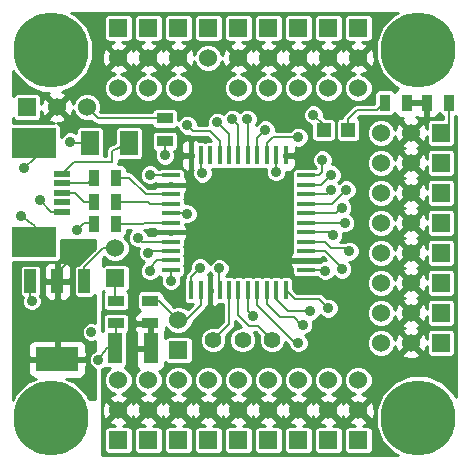
<source format=gtl>
G04 (created by PCBNEW-RS274X (2012-01-19 BZR 3256)-stable) date 10/26/2012 1:28:17 PM*
G01*
G70*
G90*
%MOIN*%
G04 Gerber Fmt 3.4, Leading zero omitted, Abs format*
%FSLAX34Y34*%
G04 APERTURE LIST*
%ADD10C,0.006000*%
%ADD11C,0.250000*%
%ADD12R,0.149600X0.098400*%
%ADD13R,0.055100X0.019700*%
%ADD14R,0.035000X0.055000*%
%ADD15R,0.055000X0.035000*%
%ADD16R,0.047200X0.047200*%
%ADD17R,0.050000X0.100000*%
%ADD18R,0.060000X0.080000*%
%ADD19R,0.016000X0.060000*%
%ADD20R,0.060000X0.016000*%
%ADD21C,0.055000*%
%ADD22R,0.144000X0.080000*%
%ADD23R,0.040000X0.080000*%
%ADD24R,0.060000X0.060000*%
%ADD25C,0.060000*%
%ADD26C,0.035000*%
%ADD27C,0.008000*%
%ADD28C,0.010000*%
G04 APERTURE END LIST*
G54D10*
G54D11*
X64750Y-40250D03*
X64750Y-28000D03*
X52500Y-28000D03*
X52500Y-40250D03*
G54D12*
X51927Y-34404D03*
X51927Y-31096D03*
G54D13*
X52872Y-33380D03*
X52872Y-33065D03*
X52872Y-32120D03*
X52872Y-32435D03*
X52872Y-32750D03*
G54D14*
X54675Y-32250D03*
X53925Y-32250D03*
X54675Y-33050D03*
X53925Y-33050D03*
X64375Y-29750D03*
X63625Y-29750D03*
G54D15*
X55810Y-37105D03*
X55810Y-36355D03*
G54D16*
X62413Y-30650D03*
X61587Y-30650D03*
G54D14*
X54675Y-33800D03*
X53925Y-33800D03*
G54D17*
X55820Y-37940D03*
X54620Y-37940D03*
G54D14*
X65025Y-29750D03*
X65775Y-29750D03*
G54D18*
X53800Y-31100D03*
X55100Y-31100D03*
G54D19*
X58750Y-31500D03*
X58435Y-31500D03*
X58120Y-31500D03*
X57805Y-31500D03*
X57490Y-31500D03*
X57175Y-31500D03*
X59065Y-31500D03*
X59380Y-31500D03*
X59695Y-31500D03*
X60010Y-31500D03*
X60325Y-31500D03*
X58750Y-36000D03*
X58435Y-36000D03*
X58120Y-36000D03*
X57805Y-36000D03*
X57490Y-36000D03*
X57175Y-36000D03*
X59065Y-36000D03*
X59380Y-36000D03*
X59695Y-36000D03*
X60010Y-36000D03*
X60325Y-36000D03*
G54D20*
X56500Y-33750D03*
X61000Y-33750D03*
X56500Y-34065D03*
X61000Y-34065D03*
X61000Y-34380D03*
X56500Y-34380D03*
X56500Y-34695D03*
X61000Y-34695D03*
X61000Y-35010D03*
X56500Y-35010D03*
X56500Y-35325D03*
X61000Y-35325D03*
X61000Y-33435D03*
X56500Y-33435D03*
X56500Y-33120D03*
X61000Y-33120D03*
X61000Y-32805D03*
X56500Y-32805D03*
X56500Y-32490D03*
X61000Y-32490D03*
X61000Y-32175D03*
X56500Y-32175D03*
G54D21*
X57906Y-37660D03*
X59874Y-37660D03*
X58890Y-37660D03*
G54D15*
X56300Y-30275D03*
X56300Y-31025D03*
X54670Y-36355D03*
X54670Y-37105D03*
G54D22*
X52717Y-38295D03*
G54D23*
X52717Y-35695D03*
X51817Y-35695D03*
X53617Y-35695D03*
G54D24*
X55750Y-27250D03*
G54D25*
X55750Y-28250D03*
X55750Y-29250D03*
G54D24*
X51700Y-29900D03*
G54D25*
X52700Y-29900D03*
X53700Y-29900D03*
G54D24*
X62750Y-27250D03*
G54D25*
X62750Y-28250D03*
X62750Y-29250D03*
G54D24*
X65500Y-30750D03*
G54D25*
X64500Y-30750D03*
X63500Y-30750D03*
G54D24*
X65500Y-34750D03*
G54D25*
X64500Y-34750D03*
X63500Y-34750D03*
G54D24*
X65500Y-35750D03*
G54D25*
X64500Y-35750D03*
X63500Y-35750D03*
G54D24*
X65500Y-37750D03*
G54D25*
X64500Y-37750D03*
X63500Y-37750D03*
G54D24*
X65500Y-36750D03*
G54D25*
X64500Y-36750D03*
X63500Y-36750D03*
G54D24*
X62750Y-41000D03*
G54D25*
X62750Y-40000D03*
X62750Y-39000D03*
G54D24*
X61750Y-41000D03*
G54D25*
X61750Y-40000D03*
X61750Y-39000D03*
G54D24*
X59750Y-41000D03*
G54D25*
X59750Y-40000D03*
X59750Y-39000D03*
G54D24*
X60750Y-41000D03*
G54D25*
X60750Y-40000D03*
X60750Y-39000D03*
G54D24*
X58750Y-41000D03*
G54D25*
X58750Y-40000D03*
X58750Y-39000D03*
G54D24*
X65500Y-31750D03*
G54D25*
X64500Y-31750D03*
X63500Y-31750D03*
G54D24*
X65500Y-32750D03*
G54D25*
X64500Y-32750D03*
X63500Y-32750D03*
G54D24*
X65500Y-33750D03*
G54D25*
X64500Y-33750D03*
X63500Y-33750D03*
G54D24*
X57750Y-41000D03*
G54D25*
X57750Y-40000D03*
X57750Y-39000D03*
G54D24*
X56750Y-41000D03*
G54D25*
X56750Y-40000D03*
X56750Y-39000D03*
G54D24*
X55750Y-41000D03*
G54D25*
X55750Y-40000D03*
X55750Y-39000D03*
G54D24*
X54750Y-41000D03*
G54D25*
X54750Y-40000D03*
X54750Y-39000D03*
G54D24*
X54750Y-27250D03*
G54D25*
X54750Y-28250D03*
X54750Y-29250D03*
G54D24*
X61750Y-27250D03*
G54D25*
X61750Y-28250D03*
X61750Y-29250D03*
G54D24*
X60750Y-27250D03*
G54D25*
X60750Y-28250D03*
X60750Y-29250D03*
G54D24*
X59750Y-27250D03*
G54D25*
X59750Y-28250D03*
X59750Y-29250D03*
G54D24*
X58750Y-27250D03*
G54D25*
X58750Y-28250D03*
X58750Y-29250D03*
G54D24*
X56750Y-27250D03*
G54D25*
X56750Y-28250D03*
X56750Y-29250D03*
G54D24*
X54650Y-35600D03*
G54D25*
X54650Y-34600D03*
G54D24*
X57750Y-27250D03*
G54D25*
X57750Y-28250D03*
G54D24*
X56750Y-38000D03*
G54D25*
X56750Y-37000D03*
G54D26*
X53850Y-37400D03*
X55400Y-34250D03*
X55750Y-34750D03*
X55800Y-35350D03*
X56500Y-35680D03*
X62300Y-33750D03*
X62200Y-33250D03*
X62350Y-32650D03*
X57470Y-35250D03*
X61850Y-32650D03*
X61850Y-32150D03*
X59222Y-36862D03*
X60750Y-37750D03*
X60900Y-37150D03*
X61150Y-36700D03*
X62200Y-35300D03*
X61750Y-36600D03*
X62450Y-34700D03*
X61900Y-34150D03*
X61550Y-31650D03*
X55800Y-32150D03*
X57050Y-30500D03*
X58050Y-30400D03*
X58550Y-30300D03*
X59050Y-30300D03*
X59650Y-30650D03*
X60750Y-30900D03*
X53150Y-31050D03*
X51862Y-36362D03*
X53250Y-34900D03*
X51617Y-31936D03*
X53360Y-34000D03*
X61650Y-35350D03*
X60000Y-32050D03*
X56300Y-31500D03*
X54080Y-38320D03*
X51510Y-33540D03*
X52130Y-33010D03*
X61250Y-30150D03*
X57050Y-33450D03*
X57550Y-32100D03*
X58117Y-35273D03*
G54D27*
X56500Y-33750D02*
X54675Y-33800D01*
X54675Y-33050D02*
X55727Y-33050D01*
X55797Y-33120D02*
X56500Y-33120D01*
X55727Y-33050D02*
X55797Y-33120D01*
X56500Y-32805D02*
X55655Y-32805D01*
X55100Y-32250D02*
X54675Y-32250D01*
X55655Y-32805D02*
X55100Y-32250D01*
X55530Y-34380D02*
X55400Y-34250D01*
X56500Y-34380D02*
X55530Y-34380D01*
X56500Y-34695D02*
X55805Y-34695D01*
X55805Y-34695D02*
X55750Y-34750D01*
X56500Y-35010D02*
X56044Y-35010D01*
X55800Y-35254D02*
X55800Y-35350D01*
X56044Y-35010D02*
X55800Y-35254D01*
X56500Y-35325D02*
X56500Y-35450D01*
X56500Y-35450D02*
X56500Y-35680D01*
X61000Y-33750D02*
X62300Y-33750D01*
X61000Y-33435D02*
X62015Y-33435D01*
X62015Y-33435D02*
X62200Y-33250D01*
X61000Y-33120D02*
X61880Y-33120D01*
X61880Y-33120D02*
X62350Y-32650D01*
X57175Y-35545D02*
X57470Y-35250D01*
X57175Y-36000D02*
X57175Y-35545D01*
X61000Y-32805D02*
X61695Y-32805D01*
X61695Y-32805D02*
X61850Y-32650D01*
X61000Y-32490D02*
X61510Y-32490D01*
X61510Y-32490D02*
X61850Y-32150D01*
X59222Y-36862D02*
X59065Y-36705D01*
X59065Y-36705D02*
X59065Y-36000D01*
X59380Y-36000D02*
X59380Y-36482D01*
X60648Y-37750D02*
X60750Y-37750D01*
X59380Y-36482D02*
X60648Y-37750D01*
X60850Y-37150D02*
X60600Y-36900D01*
X60150Y-36900D02*
X59695Y-36445D01*
X60600Y-36900D02*
X60150Y-36900D01*
X60900Y-37150D02*
X60850Y-37150D01*
X59695Y-36000D02*
X59695Y-36445D01*
X60400Y-36700D02*
X61150Y-36700D01*
X60010Y-36310D02*
X60400Y-36700D01*
X60010Y-36000D02*
X60010Y-36310D01*
X62200Y-35250D02*
X62200Y-35300D01*
X61000Y-34695D02*
X61645Y-34695D01*
X61645Y-34695D02*
X62200Y-35250D01*
X61450Y-36300D02*
X60625Y-36300D01*
X60625Y-36300D02*
X60325Y-36000D01*
X61750Y-36600D02*
X61450Y-36300D01*
X61630Y-34380D02*
X61000Y-34380D01*
X61850Y-34600D02*
X61630Y-34380D01*
X62450Y-34700D02*
X62350Y-34600D01*
X62350Y-34600D02*
X61850Y-34600D01*
X61000Y-34065D02*
X61815Y-34065D01*
X61815Y-34065D02*
X61900Y-34150D01*
X61000Y-32175D02*
X61425Y-32175D01*
X61550Y-32050D02*
X61550Y-31650D01*
X61425Y-32175D02*
X61550Y-32050D01*
X55825Y-32175D02*
X56500Y-32175D01*
X55825Y-32175D02*
X55800Y-32150D01*
X57250Y-30700D02*
X57800Y-30700D01*
X58120Y-31020D02*
X58120Y-31500D01*
X57050Y-30500D02*
X57250Y-30700D01*
X57800Y-30700D02*
X58120Y-31020D01*
X58435Y-31500D02*
X58435Y-30785D01*
X58435Y-30785D02*
X58050Y-30400D01*
X58750Y-31500D02*
X58750Y-30500D01*
X58750Y-30500D02*
X58550Y-30300D01*
X59065Y-31500D02*
X59065Y-30315D01*
X59065Y-30315D02*
X59050Y-30300D01*
X59650Y-30650D02*
X59380Y-30920D01*
X59380Y-30920D02*
X59380Y-31500D01*
X59695Y-31500D02*
X59695Y-31105D01*
X59900Y-30900D02*
X60750Y-30900D01*
X59695Y-31105D02*
X59900Y-30900D01*
X63375Y-30000D02*
X63625Y-29750D01*
X62700Y-30000D02*
X63375Y-30000D01*
X62413Y-30287D02*
X62700Y-30000D01*
X62413Y-30650D02*
X62413Y-30287D01*
X55810Y-36355D02*
X56105Y-36355D01*
X57490Y-36000D02*
X57490Y-36500D01*
X56105Y-36355D02*
X56750Y-37000D01*
X57490Y-36500D02*
X56990Y-37000D01*
X56990Y-37000D02*
X56750Y-37000D01*
X52872Y-32435D02*
X53740Y-32435D01*
X53740Y-32435D02*
X53925Y-32250D01*
X53300Y-32750D02*
X53600Y-33050D01*
X52872Y-32750D02*
X53300Y-32750D01*
X53600Y-33050D02*
X53925Y-33050D01*
X53282Y-31740D02*
X54543Y-31740D01*
X52872Y-32120D02*
X53282Y-31740D01*
X54543Y-31740D02*
X54543Y-31361D01*
X54543Y-31361D02*
X55100Y-31100D01*
X53800Y-31100D02*
X53200Y-31100D01*
X53200Y-31100D02*
X53150Y-31050D01*
X51817Y-35695D02*
X51817Y-36317D01*
X51817Y-36317D02*
X51862Y-36362D01*
X54650Y-35600D02*
X54650Y-36335D01*
X54650Y-36335D02*
X54670Y-36355D01*
X56300Y-30275D02*
X54075Y-30275D01*
X52717Y-35433D02*
X53250Y-34900D01*
X54075Y-30275D02*
X53700Y-29900D01*
X52717Y-35695D02*
X52717Y-35433D01*
X58120Y-36000D02*
X58117Y-35997D01*
X51927Y-34404D02*
X51957Y-33847D01*
X60010Y-32040D02*
X60000Y-32050D01*
X57490Y-31500D02*
X57490Y-32040D01*
X61587Y-30487D02*
X61250Y-30150D01*
X51927Y-31096D02*
X51957Y-31596D01*
X61000Y-35325D02*
X61625Y-35325D01*
X65775Y-30475D02*
X65500Y-30750D01*
X60010Y-31500D02*
X60010Y-32040D01*
X61625Y-35325D02*
X61650Y-35350D01*
X53617Y-35695D02*
X53617Y-35233D01*
X54250Y-34600D02*
X54650Y-34600D01*
X57035Y-33435D02*
X57050Y-33450D01*
X56500Y-33435D02*
X57035Y-33435D01*
X51957Y-33847D02*
X51510Y-33540D01*
X54670Y-37105D02*
X54670Y-37890D01*
X53925Y-33800D02*
X53610Y-33750D01*
X61587Y-30650D02*
X61587Y-30487D01*
X58117Y-35997D02*
X58117Y-35273D01*
X54620Y-37940D02*
X54370Y-37940D01*
X65775Y-29750D02*
X65775Y-30475D01*
X52500Y-33380D02*
X52130Y-33010D01*
X57490Y-32040D02*
X57550Y-32100D01*
X54370Y-37940D02*
X54080Y-38320D01*
X53617Y-35233D02*
X54250Y-34600D01*
X54670Y-37890D02*
X54620Y-37940D01*
X52872Y-33380D02*
X52500Y-33380D01*
X56300Y-31025D02*
X56300Y-31500D01*
X53610Y-33750D02*
X53360Y-34000D01*
X51957Y-31596D02*
X51617Y-31936D01*
X58750Y-36000D02*
X58750Y-36840D01*
X59414Y-37200D02*
X59874Y-37660D01*
X59110Y-37200D02*
X59414Y-37200D01*
X58750Y-36840D02*
X59110Y-37200D01*
X58435Y-36000D02*
X58435Y-37131D01*
X58435Y-37131D02*
X57906Y-37660D01*
G54D10*
G36*
X66005Y-39572D02*
X65970Y-39487D01*
X65970Y-38084D01*
X65970Y-38016D01*
X65970Y-37416D01*
X65970Y-37084D01*
X65970Y-37016D01*
X65970Y-36416D01*
X65970Y-36084D01*
X65970Y-36016D01*
X65970Y-35416D01*
X65970Y-35084D01*
X65970Y-35016D01*
X65970Y-34416D01*
X65970Y-34084D01*
X65970Y-34016D01*
X65970Y-33416D01*
X65970Y-33084D01*
X65970Y-33016D01*
X65970Y-32416D01*
X65970Y-32084D01*
X65970Y-32016D01*
X65970Y-31416D01*
X65944Y-31354D01*
X65896Y-31306D01*
X65834Y-31280D01*
X65766Y-31280D01*
X65166Y-31280D01*
X65104Y-31306D01*
X65056Y-31354D01*
X65030Y-31416D01*
X65030Y-31484D01*
X65030Y-31611D01*
X64972Y-31469D01*
X64878Y-31442D01*
X64808Y-31512D01*
X64808Y-31372D01*
X64781Y-31278D01*
X64707Y-31252D01*
X64781Y-31222D01*
X64808Y-31128D01*
X64500Y-30821D01*
X64429Y-30891D01*
X64429Y-30750D01*
X64122Y-30442D01*
X64028Y-30469D01*
X63965Y-30646D01*
X63899Y-30484D01*
X63767Y-30352D01*
X63594Y-30280D01*
X63407Y-30280D01*
X63234Y-30351D01*
X63102Y-30483D01*
X63030Y-30656D01*
X63030Y-30843D01*
X63101Y-31016D01*
X63233Y-31148D01*
X63406Y-31220D01*
X63593Y-31220D01*
X63766Y-31149D01*
X63898Y-31017D01*
X63966Y-30852D01*
X63968Y-30884D01*
X64028Y-31031D01*
X64122Y-31058D01*
X64429Y-30750D01*
X64429Y-30891D01*
X64192Y-31128D01*
X64219Y-31222D01*
X64292Y-31247D01*
X64219Y-31278D01*
X64192Y-31372D01*
X64500Y-31679D01*
X64808Y-31372D01*
X64808Y-31512D01*
X64571Y-31750D01*
X64878Y-32058D01*
X64972Y-32031D01*
X65030Y-31865D01*
X65030Y-32084D01*
X65056Y-32146D01*
X65104Y-32194D01*
X65166Y-32220D01*
X65234Y-32220D01*
X65834Y-32220D01*
X65896Y-32194D01*
X65944Y-32146D01*
X65970Y-32084D01*
X65970Y-32416D01*
X65944Y-32354D01*
X65896Y-32306D01*
X65834Y-32280D01*
X65766Y-32280D01*
X65166Y-32280D01*
X65104Y-32306D01*
X65056Y-32354D01*
X65030Y-32416D01*
X65030Y-32484D01*
X65030Y-32611D01*
X64972Y-32469D01*
X64878Y-32442D01*
X64808Y-32512D01*
X64808Y-32372D01*
X64781Y-32278D01*
X64707Y-32252D01*
X64781Y-32222D01*
X64808Y-32128D01*
X64500Y-31821D01*
X64429Y-31891D01*
X64429Y-31750D01*
X64122Y-31442D01*
X64028Y-31469D01*
X63965Y-31646D01*
X63899Y-31484D01*
X63767Y-31352D01*
X63594Y-31280D01*
X63407Y-31280D01*
X63234Y-31351D01*
X63102Y-31483D01*
X63030Y-31656D01*
X63030Y-31843D01*
X63101Y-32016D01*
X63233Y-32148D01*
X63406Y-32220D01*
X63593Y-32220D01*
X63766Y-32149D01*
X63898Y-32017D01*
X63966Y-31852D01*
X63968Y-31884D01*
X64028Y-32031D01*
X64122Y-32058D01*
X64429Y-31750D01*
X64429Y-31891D01*
X64192Y-32128D01*
X64219Y-32222D01*
X64292Y-32247D01*
X64219Y-32278D01*
X64192Y-32372D01*
X64500Y-32679D01*
X64808Y-32372D01*
X64808Y-32512D01*
X64571Y-32750D01*
X64878Y-33058D01*
X64972Y-33031D01*
X65030Y-32865D01*
X65030Y-33084D01*
X65056Y-33146D01*
X65104Y-33194D01*
X65166Y-33220D01*
X65234Y-33220D01*
X65834Y-33220D01*
X65896Y-33194D01*
X65944Y-33146D01*
X65970Y-33084D01*
X65970Y-33416D01*
X65944Y-33354D01*
X65896Y-33306D01*
X65834Y-33280D01*
X65766Y-33280D01*
X65166Y-33280D01*
X65104Y-33306D01*
X65056Y-33354D01*
X65030Y-33416D01*
X65030Y-33484D01*
X65030Y-33611D01*
X64972Y-33469D01*
X64878Y-33442D01*
X64808Y-33512D01*
X64808Y-33372D01*
X64781Y-33278D01*
X64707Y-33252D01*
X64781Y-33222D01*
X64808Y-33128D01*
X64500Y-32821D01*
X64429Y-32891D01*
X64429Y-32750D01*
X64122Y-32442D01*
X64028Y-32469D01*
X63965Y-32646D01*
X63899Y-32484D01*
X63767Y-32352D01*
X63594Y-32280D01*
X63407Y-32280D01*
X63234Y-32351D01*
X63102Y-32483D01*
X63030Y-32656D01*
X63030Y-32843D01*
X63101Y-33016D01*
X63233Y-33148D01*
X63406Y-33220D01*
X63593Y-33220D01*
X63766Y-33149D01*
X63898Y-33017D01*
X63966Y-32852D01*
X63968Y-32884D01*
X64028Y-33031D01*
X64122Y-33058D01*
X64429Y-32750D01*
X64429Y-32891D01*
X64192Y-33128D01*
X64219Y-33222D01*
X64292Y-33247D01*
X64219Y-33278D01*
X64192Y-33372D01*
X64500Y-33679D01*
X64808Y-33372D01*
X64808Y-33512D01*
X64571Y-33750D01*
X64878Y-34058D01*
X64972Y-34031D01*
X65030Y-33865D01*
X65030Y-34084D01*
X65056Y-34146D01*
X65104Y-34194D01*
X65166Y-34220D01*
X65234Y-34220D01*
X65834Y-34220D01*
X65896Y-34194D01*
X65944Y-34146D01*
X65970Y-34084D01*
X65970Y-34416D01*
X65944Y-34354D01*
X65896Y-34306D01*
X65834Y-34280D01*
X65766Y-34280D01*
X65166Y-34280D01*
X65104Y-34306D01*
X65056Y-34354D01*
X65030Y-34416D01*
X65030Y-34484D01*
X65030Y-34611D01*
X64972Y-34469D01*
X64878Y-34442D01*
X64808Y-34512D01*
X64808Y-34372D01*
X64781Y-34278D01*
X64707Y-34252D01*
X64781Y-34222D01*
X64808Y-34128D01*
X64500Y-33821D01*
X64429Y-33891D01*
X64429Y-33750D01*
X64122Y-33442D01*
X64028Y-33469D01*
X63965Y-33646D01*
X63899Y-33484D01*
X63767Y-33352D01*
X63594Y-33280D01*
X63407Y-33280D01*
X63234Y-33351D01*
X63102Y-33483D01*
X63030Y-33656D01*
X63030Y-33843D01*
X63101Y-34016D01*
X63233Y-34148D01*
X63406Y-34220D01*
X63593Y-34220D01*
X63766Y-34149D01*
X63898Y-34017D01*
X63966Y-33852D01*
X63968Y-33884D01*
X64028Y-34031D01*
X64122Y-34058D01*
X64429Y-33750D01*
X64429Y-33891D01*
X64192Y-34128D01*
X64219Y-34222D01*
X64292Y-34247D01*
X64219Y-34278D01*
X64192Y-34372D01*
X64500Y-34679D01*
X64808Y-34372D01*
X64808Y-34512D01*
X64571Y-34750D01*
X64878Y-35058D01*
X64972Y-35031D01*
X65030Y-34865D01*
X65030Y-35084D01*
X65056Y-35146D01*
X65104Y-35194D01*
X65166Y-35220D01*
X65234Y-35220D01*
X65834Y-35220D01*
X65896Y-35194D01*
X65944Y-35146D01*
X65970Y-35084D01*
X65970Y-35416D01*
X65944Y-35354D01*
X65896Y-35306D01*
X65834Y-35280D01*
X65766Y-35280D01*
X65166Y-35280D01*
X65104Y-35306D01*
X65056Y-35354D01*
X65030Y-35416D01*
X65030Y-35484D01*
X65030Y-35611D01*
X64972Y-35469D01*
X64878Y-35442D01*
X64808Y-35512D01*
X64808Y-35372D01*
X64781Y-35278D01*
X64707Y-35252D01*
X64781Y-35222D01*
X64808Y-35128D01*
X64500Y-34821D01*
X64429Y-34891D01*
X64429Y-34750D01*
X64122Y-34442D01*
X64028Y-34469D01*
X63965Y-34646D01*
X63899Y-34484D01*
X63767Y-34352D01*
X63594Y-34280D01*
X63407Y-34280D01*
X63234Y-34351D01*
X63102Y-34483D01*
X63030Y-34656D01*
X63030Y-34843D01*
X63101Y-35016D01*
X63233Y-35148D01*
X63406Y-35220D01*
X63593Y-35220D01*
X63766Y-35149D01*
X63898Y-35017D01*
X63966Y-34852D01*
X63968Y-34884D01*
X64028Y-35031D01*
X64122Y-35058D01*
X64429Y-34750D01*
X64429Y-34891D01*
X64192Y-35128D01*
X64219Y-35222D01*
X64292Y-35247D01*
X64219Y-35278D01*
X64192Y-35372D01*
X64500Y-35679D01*
X64808Y-35372D01*
X64808Y-35512D01*
X64571Y-35750D01*
X64878Y-36058D01*
X64972Y-36031D01*
X65030Y-35865D01*
X65030Y-36084D01*
X65056Y-36146D01*
X65104Y-36194D01*
X65166Y-36220D01*
X65234Y-36220D01*
X65834Y-36220D01*
X65896Y-36194D01*
X65944Y-36146D01*
X65970Y-36084D01*
X65970Y-36416D01*
X65944Y-36354D01*
X65896Y-36306D01*
X65834Y-36280D01*
X65766Y-36280D01*
X65166Y-36280D01*
X65104Y-36306D01*
X65056Y-36354D01*
X65030Y-36416D01*
X65030Y-36484D01*
X65030Y-36611D01*
X64972Y-36469D01*
X64878Y-36442D01*
X64808Y-36512D01*
X64808Y-36372D01*
X64781Y-36278D01*
X64707Y-36252D01*
X64781Y-36222D01*
X64808Y-36128D01*
X64500Y-35821D01*
X64429Y-35891D01*
X64429Y-35750D01*
X64122Y-35442D01*
X64028Y-35469D01*
X63965Y-35646D01*
X63899Y-35484D01*
X63767Y-35352D01*
X63594Y-35280D01*
X63407Y-35280D01*
X63234Y-35351D01*
X63102Y-35483D01*
X63030Y-35656D01*
X63030Y-35843D01*
X63101Y-36016D01*
X63233Y-36148D01*
X63406Y-36220D01*
X63593Y-36220D01*
X63766Y-36149D01*
X63898Y-36017D01*
X63966Y-35852D01*
X63968Y-35884D01*
X64028Y-36031D01*
X64122Y-36058D01*
X64429Y-35750D01*
X64429Y-35891D01*
X64192Y-36128D01*
X64219Y-36222D01*
X64292Y-36247D01*
X64219Y-36278D01*
X64192Y-36372D01*
X64500Y-36679D01*
X64808Y-36372D01*
X64808Y-36512D01*
X64571Y-36750D01*
X64878Y-37058D01*
X64972Y-37031D01*
X65030Y-36865D01*
X65030Y-37084D01*
X65056Y-37146D01*
X65104Y-37194D01*
X65166Y-37220D01*
X65234Y-37220D01*
X65834Y-37220D01*
X65896Y-37194D01*
X65944Y-37146D01*
X65970Y-37084D01*
X65970Y-37416D01*
X65944Y-37354D01*
X65896Y-37306D01*
X65834Y-37280D01*
X65766Y-37280D01*
X65166Y-37280D01*
X65104Y-37306D01*
X65056Y-37354D01*
X65030Y-37416D01*
X65030Y-37484D01*
X65030Y-37611D01*
X64972Y-37469D01*
X64878Y-37442D01*
X64808Y-37512D01*
X64808Y-37372D01*
X64781Y-37278D01*
X64707Y-37252D01*
X64781Y-37222D01*
X64808Y-37128D01*
X64500Y-36821D01*
X64429Y-36891D01*
X64429Y-36750D01*
X64122Y-36442D01*
X64028Y-36469D01*
X63965Y-36646D01*
X63899Y-36484D01*
X63767Y-36352D01*
X63594Y-36280D01*
X63407Y-36280D01*
X63234Y-36351D01*
X63102Y-36483D01*
X63030Y-36656D01*
X63030Y-36843D01*
X63101Y-37016D01*
X63233Y-37148D01*
X63406Y-37220D01*
X63593Y-37220D01*
X63766Y-37149D01*
X63898Y-37017D01*
X63966Y-36852D01*
X63968Y-36884D01*
X64028Y-37031D01*
X64122Y-37058D01*
X64429Y-36750D01*
X64429Y-36891D01*
X64192Y-37128D01*
X64219Y-37222D01*
X64292Y-37247D01*
X64219Y-37278D01*
X64192Y-37372D01*
X64500Y-37679D01*
X64808Y-37372D01*
X64808Y-37512D01*
X64571Y-37750D01*
X64878Y-38058D01*
X64972Y-38031D01*
X65030Y-37865D01*
X65030Y-38084D01*
X65056Y-38146D01*
X65104Y-38194D01*
X65166Y-38220D01*
X65234Y-38220D01*
X65834Y-38220D01*
X65896Y-38194D01*
X65944Y-38146D01*
X65970Y-38084D01*
X65970Y-39487D01*
X65953Y-39447D01*
X65555Y-39048D01*
X65033Y-38831D01*
X64808Y-38831D01*
X64808Y-38128D01*
X64500Y-37821D01*
X64429Y-37891D01*
X64429Y-37750D01*
X64122Y-37442D01*
X64028Y-37469D01*
X63965Y-37646D01*
X63899Y-37484D01*
X63767Y-37352D01*
X63594Y-37280D01*
X63407Y-37280D01*
X63234Y-37351D01*
X63102Y-37483D01*
X63030Y-37656D01*
X63030Y-37843D01*
X63101Y-38016D01*
X63233Y-38148D01*
X63406Y-38220D01*
X63593Y-38220D01*
X63766Y-38149D01*
X63898Y-38017D01*
X63966Y-37852D01*
X63968Y-37884D01*
X64028Y-38031D01*
X64122Y-38058D01*
X64429Y-37750D01*
X64429Y-37891D01*
X64192Y-38128D01*
X64219Y-38222D01*
X64421Y-38293D01*
X64634Y-38282D01*
X64781Y-38222D01*
X64808Y-38128D01*
X64808Y-38831D01*
X64469Y-38831D01*
X63947Y-39047D01*
X63548Y-39445D01*
X63331Y-39967D01*
X63331Y-40531D01*
X63547Y-41053D01*
X63945Y-41452D01*
X64072Y-41505D01*
X63293Y-41505D01*
X63293Y-40079D01*
X63282Y-39866D01*
X63222Y-39719D01*
X63220Y-39718D01*
X63220Y-39094D01*
X63220Y-38907D01*
X63149Y-38734D01*
X63017Y-38602D01*
X62844Y-38530D01*
X62794Y-38530D01*
X62794Y-34769D01*
X62794Y-34632D01*
X62742Y-34506D01*
X62645Y-34409D01*
X62519Y-34356D01*
X62382Y-34356D01*
X62299Y-34390D01*
X62146Y-34390D01*
X62191Y-34345D01*
X62244Y-34219D01*
X62244Y-34094D01*
X62368Y-34094D01*
X62494Y-34042D01*
X62591Y-33945D01*
X62644Y-33819D01*
X62644Y-33682D01*
X62592Y-33556D01*
X62495Y-33459D01*
X62482Y-33453D01*
X62491Y-33445D01*
X62544Y-33319D01*
X62544Y-33182D01*
X62492Y-33056D01*
X62426Y-32990D01*
X62544Y-32942D01*
X62641Y-32845D01*
X62694Y-32719D01*
X62694Y-32582D01*
X62642Y-32456D01*
X62545Y-32359D01*
X62419Y-32306D01*
X62282Y-32306D01*
X62156Y-32358D01*
X62100Y-32414D01*
X62086Y-32400D01*
X62141Y-32345D01*
X62194Y-32219D01*
X62194Y-32082D01*
X62142Y-31956D01*
X62045Y-31859D01*
X61993Y-31837D01*
X61993Y-30920D01*
X61993Y-30852D01*
X61993Y-30380D01*
X61967Y-30318D01*
X61919Y-30270D01*
X61857Y-30244D01*
X61789Y-30244D01*
X61640Y-30244D01*
X61594Y-30197D01*
X61594Y-30082D01*
X61542Y-29956D01*
X61445Y-29859D01*
X61319Y-29806D01*
X61220Y-29806D01*
X61220Y-29344D01*
X61220Y-29157D01*
X61149Y-28984D01*
X61017Y-28852D01*
X60852Y-28783D01*
X60884Y-28782D01*
X61031Y-28722D01*
X61058Y-28628D01*
X60750Y-28321D01*
X60679Y-28391D01*
X60679Y-28250D01*
X60372Y-27942D01*
X60278Y-27969D01*
X60252Y-28042D01*
X60222Y-27969D01*
X60220Y-27968D01*
X60220Y-27584D01*
X60220Y-27516D01*
X60220Y-26916D01*
X60194Y-26854D01*
X60146Y-26806D01*
X60084Y-26780D01*
X60016Y-26780D01*
X59416Y-26780D01*
X59354Y-26806D01*
X59306Y-26854D01*
X59280Y-26916D01*
X59280Y-26984D01*
X59280Y-27584D01*
X59306Y-27646D01*
X59354Y-27694D01*
X59416Y-27720D01*
X59484Y-27720D01*
X59611Y-27720D01*
X59469Y-27778D01*
X59442Y-27872D01*
X59750Y-28179D01*
X60058Y-27872D01*
X60031Y-27778D01*
X59865Y-27720D01*
X60084Y-27720D01*
X60146Y-27694D01*
X60194Y-27646D01*
X60220Y-27584D01*
X60220Y-27968D01*
X60128Y-27942D01*
X59821Y-28250D01*
X60128Y-28558D01*
X60222Y-28531D01*
X60247Y-28457D01*
X60278Y-28531D01*
X60372Y-28558D01*
X60679Y-28250D01*
X60679Y-28391D01*
X60442Y-28628D01*
X60469Y-28722D01*
X60646Y-28784D01*
X60484Y-28851D01*
X60352Y-28983D01*
X60280Y-29156D01*
X60280Y-29343D01*
X60351Y-29516D01*
X60483Y-29648D01*
X60656Y-29720D01*
X60843Y-29720D01*
X61016Y-29649D01*
X61148Y-29517D01*
X61220Y-29344D01*
X61220Y-29806D01*
X61182Y-29806D01*
X61056Y-29858D01*
X60959Y-29955D01*
X60906Y-30081D01*
X60906Y-30218D01*
X60958Y-30344D01*
X61055Y-30441D01*
X61181Y-30494D01*
X61181Y-30920D01*
X61207Y-30982D01*
X61255Y-31030D01*
X61317Y-31056D01*
X61385Y-31056D01*
X61857Y-31056D01*
X61919Y-31030D01*
X61967Y-30982D01*
X61993Y-30920D01*
X61993Y-31837D01*
X61919Y-31806D01*
X61857Y-31806D01*
X61894Y-31719D01*
X61894Y-31582D01*
X61842Y-31456D01*
X61745Y-31359D01*
X61619Y-31306D01*
X61482Y-31306D01*
X61356Y-31358D01*
X61259Y-31455D01*
X61206Y-31581D01*
X61206Y-31718D01*
X61258Y-31844D01*
X61340Y-31926D01*
X61340Y-31927D01*
X61334Y-31925D01*
X61266Y-31925D01*
X61094Y-31925D01*
X60666Y-31925D01*
X60607Y-31949D01*
X60616Y-31941D01*
X60654Y-31850D01*
X60654Y-31751D01*
X60655Y-31612D01*
X60593Y-31550D01*
X60425Y-31550D01*
X60365Y-31550D01*
X60285Y-31550D01*
X60275Y-31550D01*
X60275Y-31450D01*
X60285Y-31450D01*
X60365Y-31450D01*
X60425Y-31450D01*
X60593Y-31450D01*
X60655Y-31388D01*
X60654Y-31249D01*
X60654Y-31232D01*
X60681Y-31244D01*
X60818Y-31244D01*
X60944Y-31192D01*
X61041Y-31095D01*
X61094Y-30969D01*
X61094Y-30832D01*
X61042Y-30706D01*
X60945Y-30609D01*
X60819Y-30556D01*
X60682Y-30556D01*
X60556Y-30608D01*
X60474Y-30690D01*
X60220Y-30690D01*
X60220Y-29344D01*
X60220Y-29157D01*
X60149Y-28984D01*
X60017Y-28852D01*
X59852Y-28783D01*
X59884Y-28782D01*
X60031Y-28722D01*
X60058Y-28628D01*
X59750Y-28321D01*
X59679Y-28391D01*
X59679Y-28250D01*
X59372Y-27942D01*
X59278Y-27969D01*
X59252Y-28042D01*
X59222Y-27969D01*
X59220Y-27968D01*
X59220Y-27584D01*
X59220Y-27516D01*
X59220Y-26916D01*
X59194Y-26854D01*
X59146Y-26806D01*
X59084Y-26780D01*
X59016Y-26780D01*
X58416Y-26780D01*
X58354Y-26806D01*
X58306Y-26854D01*
X58280Y-26916D01*
X58280Y-26984D01*
X58280Y-27584D01*
X58306Y-27646D01*
X58354Y-27694D01*
X58416Y-27720D01*
X58484Y-27720D01*
X58611Y-27720D01*
X58469Y-27778D01*
X58442Y-27872D01*
X58750Y-28179D01*
X59058Y-27872D01*
X59031Y-27778D01*
X58865Y-27720D01*
X59084Y-27720D01*
X59146Y-27694D01*
X59194Y-27646D01*
X59220Y-27584D01*
X59220Y-27968D01*
X59128Y-27942D01*
X58821Y-28250D01*
X59128Y-28558D01*
X59222Y-28531D01*
X59247Y-28457D01*
X59278Y-28531D01*
X59372Y-28558D01*
X59679Y-28250D01*
X59679Y-28391D01*
X59442Y-28628D01*
X59469Y-28722D01*
X59646Y-28784D01*
X59484Y-28851D01*
X59352Y-28983D01*
X59280Y-29156D01*
X59280Y-29343D01*
X59351Y-29516D01*
X59483Y-29648D01*
X59656Y-29720D01*
X59843Y-29720D01*
X60016Y-29649D01*
X60148Y-29517D01*
X60220Y-29344D01*
X60220Y-30690D01*
X59994Y-30690D01*
X59994Y-30582D01*
X59942Y-30456D01*
X59845Y-30359D01*
X59719Y-30306D01*
X59582Y-30306D01*
X59456Y-30358D01*
X59359Y-30455D01*
X59341Y-30495D01*
X59394Y-30369D01*
X59394Y-30232D01*
X59342Y-30106D01*
X59245Y-30009D01*
X59220Y-29998D01*
X59220Y-29344D01*
X59220Y-29157D01*
X59149Y-28984D01*
X59017Y-28852D01*
X58852Y-28783D01*
X58884Y-28782D01*
X59031Y-28722D01*
X59058Y-28628D01*
X58750Y-28321D01*
X58679Y-28391D01*
X58679Y-28250D01*
X58372Y-27942D01*
X58278Y-27969D01*
X58220Y-28131D01*
X58220Y-27584D01*
X58220Y-27516D01*
X58220Y-26916D01*
X58194Y-26854D01*
X58146Y-26806D01*
X58084Y-26780D01*
X58016Y-26780D01*
X57416Y-26780D01*
X57354Y-26806D01*
X57306Y-26854D01*
X57280Y-26916D01*
X57280Y-26984D01*
X57280Y-27584D01*
X57306Y-27646D01*
X57354Y-27694D01*
X57416Y-27720D01*
X57484Y-27720D01*
X58084Y-27720D01*
X58146Y-27694D01*
X58194Y-27646D01*
X58220Y-27584D01*
X58220Y-28131D01*
X58215Y-28146D01*
X58149Y-27984D01*
X58017Y-27852D01*
X57844Y-27780D01*
X57657Y-27780D01*
X57484Y-27851D01*
X57352Y-27983D01*
X57283Y-28147D01*
X57282Y-28116D01*
X57222Y-27969D01*
X57220Y-27968D01*
X57220Y-27584D01*
X57220Y-27516D01*
X57220Y-26916D01*
X57194Y-26854D01*
X57146Y-26806D01*
X57084Y-26780D01*
X57016Y-26780D01*
X56416Y-26780D01*
X56354Y-26806D01*
X56306Y-26854D01*
X56280Y-26916D01*
X56280Y-26984D01*
X56280Y-27584D01*
X56306Y-27646D01*
X56354Y-27694D01*
X56416Y-27720D01*
X56484Y-27720D01*
X56611Y-27720D01*
X56469Y-27778D01*
X56442Y-27872D01*
X56750Y-28179D01*
X57058Y-27872D01*
X57031Y-27778D01*
X56865Y-27720D01*
X57084Y-27720D01*
X57146Y-27694D01*
X57194Y-27646D01*
X57220Y-27584D01*
X57220Y-27968D01*
X57128Y-27942D01*
X56821Y-28250D01*
X57128Y-28558D01*
X57222Y-28531D01*
X57284Y-28353D01*
X57351Y-28516D01*
X57483Y-28648D01*
X57656Y-28720D01*
X57843Y-28720D01*
X58016Y-28649D01*
X58148Y-28517D01*
X58216Y-28352D01*
X58218Y-28384D01*
X58278Y-28531D01*
X58372Y-28558D01*
X58679Y-28250D01*
X58679Y-28391D01*
X58442Y-28628D01*
X58469Y-28722D01*
X58646Y-28784D01*
X58484Y-28851D01*
X58352Y-28983D01*
X58280Y-29156D01*
X58280Y-29343D01*
X58351Y-29516D01*
X58483Y-29648D01*
X58656Y-29720D01*
X58843Y-29720D01*
X59016Y-29649D01*
X59148Y-29517D01*
X59220Y-29344D01*
X59220Y-29998D01*
X59119Y-29956D01*
X58982Y-29956D01*
X58856Y-30008D01*
X58800Y-30064D01*
X58745Y-30009D01*
X58619Y-29956D01*
X58482Y-29956D01*
X58356Y-30008D01*
X58259Y-30105D01*
X58253Y-30117D01*
X58245Y-30109D01*
X58119Y-30056D01*
X57982Y-30056D01*
X57856Y-30108D01*
X57759Y-30205D01*
X57706Y-30331D01*
X57706Y-30468D01*
X57715Y-30490D01*
X57394Y-30490D01*
X57394Y-30432D01*
X57342Y-30306D01*
X57245Y-30209D01*
X57220Y-30198D01*
X57220Y-29344D01*
X57220Y-29157D01*
X57149Y-28984D01*
X57017Y-28852D01*
X56852Y-28783D01*
X56884Y-28782D01*
X57031Y-28722D01*
X57058Y-28628D01*
X56750Y-28321D01*
X56679Y-28391D01*
X56679Y-28250D01*
X56372Y-27942D01*
X56278Y-27969D01*
X56252Y-28042D01*
X56222Y-27969D01*
X56220Y-27968D01*
X56220Y-27584D01*
X56220Y-27516D01*
X56220Y-26916D01*
X56194Y-26854D01*
X56146Y-26806D01*
X56084Y-26780D01*
X56016Y-26780D01*
X55416Y-26780D01*
X55354Y-26806D01*
X55306Y-26854D01*
X55280Y-26916D01*
X55280Y-26984D01*
X55280Y-27584D01*
X55306Y-27646D01*
X55354Y-27694D01*
X55416Y-27720D01*
X55484Y-27720D01*
X55611Y-27720D01*
X55469Y-27778D01*
X55442Y-27872D01*
X55750Y-28179D01*
X56058Y-27872D01*
X56031Y-27778D01*
X55865Y-27720D01*
X56084Y-27720D01*
X56146Y-27694D01*
X56194Y-27646D01*
X56220Y-27584D01*
X56220Y-27968D01*
X56128Y-27942D01*
X55821Y-28250D01*
X56128Y-28558D01*
X56222Y-28531D01*
X56247Y-28457D01*
X56278Y-28531D01*
X56372Y-28558D01*
X56679Y-28250D01*
X56679Y-28391D01*
X56442Y-28628D01*
X56469Y-28722D01*
X56646Y-28784D01*
X56484Y-28851D01*
X56352Y-28983D01*
X56280Y-29156D01*
X56280Y-29343D01*
X56351Y-29516D01*
X56483Y-29648D01*
X56656Y-29720D01*
X56843Y-29720D01*
X57016Y-29649D01*
X57148Y-29517D01*
X57220Y-29344D01*
X57220Y-30198D01*
X57119Y-30156D01*
X56982Y-30156D01*
X56856Y-30208D01*
X56759Y-30305D01*
X56745Y-30338D01*
X56745Y-30066D01*
X56719Y-30004D01*
X56671Y-29956D01*
X56609Y-29930D01*
X56541Y-29930D01*
X56220Y-29930D01*
X56220Y-29344D01*
X56220Y-29157D01*
X56149Y-28984D01*
X56017Y-28852D01*
X55852Y-28783D01*
X55884Y-28782D01*
X56031Y-28722D01*
X56058Y-28628D01*
X55750Y-28321D01*
X55679Y-28391D01*
X55679Y-28250D01*
X55372Y-27942D01*
X55278Y-27969D01*
X55252Y-28042D01*
X55222Y-27969D01*
X55220Y-27968D01*
X55220Y-27584D01*
X55220Y-27516D01*
X55220Y-26916D01*
X55194Y-26854D01*
X55146Y-26806D01*
X55084Y-26780D01*
X55016Y-26780D01*
X54416Y-26780D01*
X54354Y-26806D01*
X54306Y-26854D01*
X54280Y-26916D01*
X54280Y-26984D01*
X54280Y-27584D01*
X54306Y-27646D01*
X54354Y-27694D01*
X54416Y-27720D01*
X54484Y-27720D01*
X54611Y-27720D01*
X54469Y-27778D01*
X54442Y-27872D01*
X54750Y-28179D01*
X55058Y-27872D01*
X55031Y-27778D01*
X54865Y-27720D01*
X55084Y-27720D01*
X55146Y-27694D01*
X55194Y-27646D01*
X55220Y-27584D01*
X55220Y-27968D01*
X55128Y-27942D01*
X54821Y-28250D01*
X55128Y-28558D01*
X55222Y-28531D01*
X55247Y-28457D01*
X55278Y-28531D01*
X55372Y-28558D01*
X55679Y-28250D01*
X55679Y-28391D01*
X55442Y-28628D01*
X55469Y-28722D01*
X55646Y-28784D01*
X55484Y-28851D01*
X55352Y-28983D01*
X55280Y-29156D01*
X55280Y-29343D01*
X55351Y-29516D01*
X55483Y-29648D01*
X55656Y-29720D01*
X55843Y-29720D01*
X56016Y-29649D01*
X56148Y-29517D01*
X56220Y-29344D01*
X56220Y-29930D01*
X55991Y-29930D01*
X55929Y-29956D01*
X55881Y-30004D01*
X55855Y-30065D01*
X55220Y-30065D01*
X55220Y-29344D01*
X55220Y-29157D01*
X55149Y-28984D01*
X55017Y-28852D01*
X54852Y-28783D01*
X54884Y-28782D01*
X55031Y-28722D01*
X55058Y-28628D01*
X54750Y-28321D01*
X54679Y-28391D01*
X54679Y-28250D01*
X54372Y-27942D01*
X54278Y-27969D01*
X54207Y-28171D01*
X54218Y-28384D01*
X54278Y-28531D01*
X54372Y-28558D01*
X54679Y-28250D01*
X54679Y-28391D01*
X54442Y-28628D01*
X54469Y-28722D01*
X54646Y-28784D01*
X54484Y-28851D01*
X54352Y-28983D01*
X54280Y-29156D01*
X54280Y-29343D01*
X54351Y-29516D01*
X54483Y-29648D01*
X54656Y-29720D01*
X54843Y-29720D01*
X55016Y-29649D01*
X55148Y-29517D01*
X55220Y-29344D01*
X55220Y-30065D01*
X54161Y-30065D01*
X54146Y-30049D01*
X54170Y-29994D01*
X54170Y-29807D01*
X54099Y-29634D01*
X53967Y-29502D01*
X53794Y-29430D01*
X53607Y-29430D01*
X53434Y-29501D01*
X53302Y-29633D01*
X53233Y-29797D01*
X53232Y-29766D01*
X53172Y-29619D01*
X53078Y-29592D01*
X52771Y-29900D01*
X53078Y-30208D01*
X53172Y-30181D01*
X53234Y-30003D01*
X53301Y-30166D01*
X53433Y-30298D01*
X53606Y-30370D01*
X53793Y-30370D01*
X53849Y-30346D01*
X53926Y-30423D01*
X53927Y-30423D01*
X53994Y-30469D01*
X53995Y-30469D01*
X54007Y-30471D01*
X54075Y-30485D01*
X55855Y-30485D01*
X55881Y-30546D01*
X55929Y-30594D01*
X55991Y-30620D01*
X56059Y-30620D01*
X56609Y-30620D01*
X56671Y-30594D01*
X56706Y-30559D01*
X56706Y-30568D01*
X56758Y-30694D01*
X56855Y-30791D01*
X56981Y-30844D01*
X57097Y-30844D01*
X57101Y-30848D01*
X57102Y-30848D01*
X57147Y-30878D01*
X57169Y-30893D01*
X57170Y-30894D01*
X57249Y-30909D01*
X57250Y-30910D01*
X57713Y-30910D01*
X57833Y-31030D01*
X57691Y-31030D01*
X57647Y-31048D01*
X57604Y-31030D01*
X57536Y-31030D01*
X57437Y-31030D01*
X57396Y-30989D01*
X57304Y-30951D01*
X57277Y-30950D01*
X57215Y-31012D01*
X57215Y-31450D01*
X57225Y-31450D01*
X57225Y-31550D01*
X57215Y-31550D01*
X57215Y-31988D01*
X57221Y-31994D01*
X57206Y-32031D01*
X57206Y-32168D01*
X57258Y-32294D01*
X57355Y-32391D01*
X57481Y-32444D01*
X57618Y-32444D01*
X57744Y-32392D01*
X57841Y-32295D01*
X57894Y-32169D01*
X57894Y-32032D01*
X57868Y-31970D01*
X57919Y-31970D01*
X57962Y-31951D01*
X58006Y-31970D01*
X58074Y-31970D01*
X58234Y-31970D01*
X58277Y-31951D01*
X58321Y-31970D01*
X58389Y-31970D01*
X58549Y-31970D01*
X58592Y-31951D01*
X58636Y-31970D01*
X58704Y-31970D01*
X58864Y-31970D01*
X58907Y-31951D01*
X58951Y-31970D01*
X59019Y-31970D01*
X59179Y-31970D01*
X59222Y-31951D01*
X59266Y-31970D01*
X59334Y-31970D01*
X59494Y-31970D01*
X59537Y-31951D01*
X59581Y-31970D01*
X59649Y-31970D01*
X59660Y-31970D01*
X59656Y-31981D01*
X59656Y-32118D01*
X59708Y-32244D01*
X59805Y-32341D01*
X59931Y-32394D01*
X60068Y-32394D01*
X60194Y-32342D01*
X60291Y-32245D01*
X60344Y-32119D01*
X60344Y-32050D01*
X60425Y-32050D01*
X60425Y-32048D01*
X60427Y-32050D01*
X60454Y-32049D01*
X60546Y-32011D01*
X60554Y-32002D01*
X60530Y-32061D01*
X60530Y-32129D01*
X60530Y-32289D01*
X60548Y-32332D01*
X60530Y-32376D01*
X60530Y-32444D01*
X60530Y-32604D01*
X60548Y-32647D01*
X60530Y-32691D01*
X60530Y-32759D01*
X60530Y-32919D01*
X60548Y-32962D01*
X60530Y-33006D01*
X60530Y-33074D01*
X60530Y-33234D01*
X60548Y-33277D01*
X60530Y-33321D01*
X60530Y-33389D01*
X60530Y-33549D01*
X60548Y-33592D01*
X60530Y-33636D01*
X60530Y-33704D01*
X60530Y-33864D01*
X60548Y-33907D01*
X60530Y-33951D01*
X60530Y-34019D01*
X60530Y-34179D01*
X60548Y-34222D01*
X60530Y-34266D01*
X60530Y-34334D01*
X60530Y-34494D01*
X60548Y-34537D01*
X60530Y-34581D01*
X60530Y-34649D01*
X60530Y-34748D01*
X60489Y-34789D01*
X60451Y-34880D01*
X60451Y-34909D01*
X60512Y-34970D01*
X60950Y-34970D01*
X60950Y-34960D01*
X61050Y-34960D01*
X61050Y-34970D01*
X61488Y-34970D01*
X61549Y-34909D01*
X61549Y-34905D01*
X61558Y-34905D01*
X61659Y-35006D01*
X61582Y-35006D01*
X61475Y-35050D01*
X61050Y-35050D01*
X61050Y-35060D01*
X60950Y-35060D01*
X60950Y-35050D01*
X60512Y-35050D01*
X60451Y-35111D01*
X60451Y-35140D01*
X60489Y-35231D01*
X60530Y-35272D01*
X60530Y-35279D01*
X60530Y-35439D01*
X60556Y-35501D01*
X60604Y-35549D01*
X60666Y-35575D01*
X60734Y-35575D01*
X61334Y-35575D01*
X61372Y-35558D01*
X61455Y-35641D01*
X61581Y-35694D01*
X61718Y-35694D01*
X61844Y-35642D01*
X61941Y-35545D01*
X61946Y-35532D01*
X62005Y-35591D01*
X62131Y-35644D01*
X62268Y-35644D01*
X62394Y-35592D01*
X62491Y-35495D01*
X62544Y-35369D01*
X62544Y-35232D01*
X62492Y-35106D01*
X62430Y-35044D01*
X62518Y-35044D01*
X62644Y-34992D01*
X62741Y-34895D01*
X62794Y-34769D01*
X62794Y-38530D01*
X62657Y-38530D01*
X62484Y-38601D01*
X62352Y-38733D01*
X62280Y-38906D01*
X62280Y-39093D01*
X62351Y-39266D01*
X62483Y-39398D01*
X62647Y-39466D01*
X62616Y-39468D01*
X62469Y-39528D01*
X62442Y-39622D01*
X62750Y-39929D01*
X63058Y-39622D01*
X63031Y-39528D01*
X62853Y-39465D01*
X63016Y-39399D01*
X63148Y-39267D01*
X63220Y-39094D01*
X63220Y-39718D01*
X63128Y-39692D01*
X62821Y-40000D01*
X63128Y-40308D01*
X63222Y-40281D01*
X63293Y-40079D01*
X63293Y-41505D01*
X63220Y-41505D01*
X63220Y-41334D01*
X63220Y-41266D01*
X63220Y-40666D01*
X63194Y-40604D01*
X63146Y-40556D01*
X63084Y-40530D01*
X63016Y-40530D01*
X62888Y-40530D01*
X63031Y-40472D01*
X63058Y-40378D01*
X62750Y-40071D01*
X62679Y-40141D01*
X62679Y-40000D01*
X62372Y-39692D01*
X62278Y-39719D01*
X62252Y-39792D01*
X62222Y-39719D01*
X62220Y-39718D01*
X62220Y-39094D01*
X62220Y-38907D01*
X62149Y-38734D01*
X62094Y-38679D01*
X62094Y-36669D01*
X62094Y-36532D01*
X62042Y-36406D01*
X61945Y-36309D01*
X61819Y-36256D01*
X61702Y-36256D01*
X61598Y-36152D01*
X61531Y-36106D01*
X61517Y-36103D01*
X61450Y-36090D01*
X60711Y-36090D01*
X60575Y-35953D01*
X60575Y-35666D01*
X60549Y-35604D01*
X60501Y-35556D01*
X60439Y-35530D01*
X60371Y-35530D01*
X60211Y-35530D01*
X60167Y-35548D01*
X60124Y-35530D01*
X60056Y-35530D01*
X59896Y-35530D01*
X59852Y-35548D01*
X59809Y-35530D01*
X59741Y-35530D01*
X59581Y-35530D01*
X59537Y-35548D01*
X59494Y-35530D01*
X59426Y-35530D01*
X59266Y-35530D01*
X59222Y-35548D01*
X59179Y-35530D01*
X59111Y-35530D01*
X58951Y-35530D01*
X58907Y-35548D01*
X58864Y-35530D01*
X58796Y-35530D01*
X58636Y-35530D01*
X58592Y-35548D01*
X58549Y-35530D01*
X58481Y-35530D01*
X58346Y-35530D01*
X58408Y-35468D01*
X58461Y-35342D01*
X58461Y-35205D01*
X58409Y-35079D01*
X58312Y-34982D01*
X58186Y-34929D01*
X58049Y-34929D01*
X57923Y-34981D01*
X57826Y-35078D01*
X57798Y-35143D01*
X57762Y-35056D01*
X57665Y-34959D01*
X57539Y-34906D01*
X57402Y-34906D01*
X57276Y-34958D01*
X57179Y-35055D01*
X57126Y-35181D01*
X57126Y-35297D01*
X57027Y-35397D01*
X56981Y-35464D01*
X56978Y-35477D01*
X56965Y-35545D01*
X56965Y-35590D01*
X56951Y-35604D01*
X56925Y-35666D01*
X56925Y-35734D01*
X56925Y-36334D01*
X56951Y-36396D01*
X56999Y-36444D01*
X57061Y-36470D01*
X57129Y-36470D01*
X57223Y-36470D01*
X57054Y-36639D01*
X57017Y-36602D01*
X56844Y-36530D01*
X56657Y-36530D01*
X56599Y-36553D01*
X56255Y-36209D01*
X56255Y-36208D01*
X56255Y-36146D01*
X56229Y-36084D01*
X56181Y-36036D01*
X56119Y-36010D01*
X56051Y-36010D01*
X55501Y-36010D01*
X55439Y-36036D01*
X55391Y-36084D01*
X55365Y-36146D01*
X55365Y-36214D01*
X55365Y-36564D01*
X55391Y-36626D01*
X55439Y-36674D01*
X55470Y-36687D01*
X55394Y-36719D01*
X55324Y-36789D01*
X55286Y-36881D01*
X55285Y-36993D01*
X55347Y-37055D01*
X55710Y-37055D01*
X55760Y-37055D01*
X55860Y-37055D01*
X55860Y-37155D01*
X55860Y-37205D01*
X55860Y-37468D01*
X55870Y-37478D01*
X55870Y-37840D01*
X55870Y-37890D01*
X55870Y-37990D01*
X55770Y-37990D01*
X55770Y-37890D01*
X55770Y-37252D01*
X55760Y-37242D01*
X55760Y-37155D01*
X55347Y-37155D01*
X55285Y-37217D01*
X55286Y-37329D01*
X55321Y-37413D01*
X55321Y-37489D01*
X55320Y-37828D01*
X55382Y-37890D01*
X55770Y-37890D01*
X55770Y-37990D01*
X55720Y-37990D01*
X55382Y-37990D01*
X55320Y-38052D01*
X55321Y-38391D01*
X55321Y-38490D01*
X55359Y-38581D01*
X55429Y-38651D01*
X55432Y-38652D01*
X55352Y-38733D01*
X55280Y-38906D01*
X55280Y-39093D01*
X55351Y-39266D01*
X55483Y-39398D01*
X55647Y-39466D01*
X55616Y-39468D01*
X55469Y-39528D01*
X55442Y-39622D01*
X55750Y-39929D01*
X56058Y-39622D01*
X56031Y-39528D01*
X55853Y-39465D01*
X56016Y-39399D01*
X56148Y-39267D01*
X56220Y-39094D01*
X56220Y-38907D01*
X56149Y-38734D01*
X56104Y-38689D01*
X56119Y-38689D01*
X56211Y-38651D01*
X56281Y-38581D01*
X56319Y-38490D01*
X56319Y-38409D01*
X56354Y-38444D01*
X56416Y-38470D01*
X56484Y-38470D01*
X57084Y-38470D01*
X57146Y-38444D01*
X57194Y-38396D01*
X57220Y-38334D01*
X57220Y-38266D01*
X57220Y-37666D01*
X57194Y-37604D01*
X57146Y-37556D01*
X57084Y-37530D01*
X57016Y-37530D01*
X56416Y-37530D01*
X56354Y-37556D01*
X56319Y-37590D01*
X56319Y-37489D01*
X56319Y-37390D01*
X56313Y-37377D01*
X56334Y-37329D01*
X56334Y-37226D01*
X56351Y-37266D01*
X56483Y-37398D01*
X56656Y-37470D01*
X56843Y-37470D01*
X57016Y-37399D01*
X57148Y-37267D01*
X57220Y-37094D01*
X57220Y-37066D01*
X57638Y-36649D01*
X57638Y-36648D01*
X57684Y-36581D01*
X57684Y-36580D01*
X57686Y-36567D01*
X57690Y-36549D01*
X57703Y-36550D01*
X57765Y-36488D01*
X57765Y-36050D01*
X57755Y-36050D01*
X57755Y-35950D01*
X57765Y-35950D01*
X57765Y-35512D01*
X57729Y-35476D01*
X57761Y-35445D01*
X57788Y-35379D01*
X57825Y-35467D01*
X57857Y-35499D01*
X57845Y-35512D01*
X57845Y-35950D01*
X57855Y-35950D01*
X57855Y-36050D01*
X57845Y-36050D01*
X57845Y-36488D01*
X57907Y-36550D01*
X57934Y-36549D01*
X58026Y-36511D01*
X58067Y-36470D01*
X58074Y-36470D01*
X58225Y-36470D01*
X58225Y-37044D01*
X58036Y-37233D01*
X57995Y-37216D01*
X57818Y-37216D01*
X57655Y-37283D01*
X57530Y-37408D01*
X57462Y-37571D01*
X57462Y-37748D01*
X57529Y-37911D01*
X57654Y-38036D01*
X57817Y-38104D01*
X57994Y-38104D01*
X58157Y-38037D01*
X58282Y-37912D01*
X58350Y-37749D01*
X58350Y-37572D01*
X58332Y-37529D01*
X58583Y-37280D01*
X58583Y-37279D01*
X58629Y-37212D01*
X58629Y-37211D01*
X58631Y-37198D01*
X58644Y-37131D01*
X58645Y-37131D01*
X58645Y-37031D01*
X58829Y-37216D01*
X58802Y-37216D01*
X58639Y-37283D01*
X58514Y-37408D01*
X58446Y-37571D01*
X58446Y-37748D01*
X58513Y-37911D01*
X58638Y-38036D01*
X58801Y-38104D01*
X58978Y-38104D01*
X59141Y-38037D01*
X59266Y-37912D01*
X59334Y-37749D01*
X59334Y-37572D01*
X59267Y-37410D01*
X59327Y-37410D01*
X59447Y-37529D01*
X59430Y-37571D01*
X59430Y-37748D01*
X59497Y-37911D01*
X59622Y-38036D01*
X59785Y-38104D01*
X59962Y-38104D01*
X60125Y-38037D01*
X60250Y-37912D01*
X60318Y-37749D01*
X60318Y-37716D01*
X60406Y-37804D01*
X60406Y-37818D01*
X60458Y-37944D01*
X60555Y-38041D01*
X60681Y-38094D01*
X60818Y-38094D01*
X60944Y-38042D01*
X61041Y-37945D01*
X61094Y-37819D01*
X61094Y-37682D01*
X61042Y-37556D01*
X60976Y-37490D01*
X61094Y-37442D01*
X61191Y-37345D01*
X61244Y-37219D01*
X61244Y-37082D01*
X61226Y-37040D01*
X61344Y-36992D01*
X61441Y-36895D01*
X61475Y-36811D01*
X61555Y-36891D01*
X61681Y-36944D01*
X61818Y-36944D01*
X61944Y-36892D01*
X62041Y-36795D01*
X62094Y-36669D01*
X62094Y-38679D01*
X62017Y-38602D01*
X61844Y-38530D01*
X61657Y-38530D01*
X61484Y-38601D01*
X61352Y-38733D01*
X61280Y-38906D01*
X61280Y-39093D01*
X61351Y-39266D01*
X61483Y-39398D01*
X61647Y-39466D01*
X61616Y-39468D01*
X61469Y-39528D01*
X61442Y-39622D01*
X61750Y-39929D01*
X62058Y-39622D01*
X62031Y-39528D01*
X61853Y-39465D01*
X62016Y-39399D01*
X62148Y-39267D01*
X62220Y-39094D01*
X62220Y-39718D01*
X62128Y-39692D01*
X61821Y-40000D01*
X62128Y-40308D01*
X62222Y-40281D01*
X62247Y-40207D01*
X62278Y-40281D01*
X62372Y-40308D01*
X62679Y-40000D01*
X62679Y-40141D01*
X62442Y-40378D01*
X62469Y-40472D01*
X62634Y-40530D01*
X62416Y-40530D01*
X62354Y-40556D01*
X62306Y-40604D01*
X62280Y-40666D01*
X62280Y-40734D01*
X62280Y-41334D01*
X62306Y-41396D01*
X62354Y-41444D01*
X62416Y-41470D01*
X62484Y-41470D01*
X63084Y-41470D01*
X63146Y-41444D01*
X63194Y-41396D01*
X63220Y-41334D01*
X63220Y-41505D01*
X62220Y-41505D01*
X62220Y-41334D01*
X62220Y-41266D01*
X62220Y-40666D01*
X62194Y-40604D01*
X62146Y-40556D01*
X62084Y-40530D01*
X62016Y-40530D01*
X61888Y-40530D01*
X62031Y-40472D01*
X62058Y-40378D01*
X61750Y-40071D01*
X61679Y-40141D01*
X61679Y-40000D01*
X61372Y-39692D01*
X61278Y-39719D01*
X61252Y-39792D01*
X61222Y-39719D01*
X61220Y-39718D01*
X61220Y-39094D01*
X61220Y-38907D01*
X61149Y-38734D01*
X61017Y-38602D01*
X60844Y-38530D01*
X60657Y-38530D01*
X60484Y-38601D01*
X60352Y-38733D01*
X60280Y-38906D01*
X60280Y-39093D01*
X60351Y-39266D01*
X60483Y-39398D01*
X60647Y-39466D01*
X60616Y-39468D01*
X60469Y-39528D01*
X60442Y-39622D01*
X60750Y-39929D01*
X61058Y-39622D01*
X61031Y-39528D01*
X60853Y-39465D01*
X61016Y-39399D01*
X61148Y-39267D01*
X61220Y-39094D01*
X61220Y-39718D01*
X61128Y-39692D01*
X60821Y-40000D01*
X61128Y-40308D01*
X61222Y-40281D01*
X61247Y-40207D01*
X61278Y-40281D01*
X61372Y-40308D01*
X61679Y-40000D01*
X61679Y-40141D01*
X61442Y-40378D01*
X61469Y-40472D01*
X61634Y-40530D01*
X61416Y-40530D01*
X61354Y-40556D01*
X61306Y-40604D01*
X61280Y-40666D01*
X61280Y-40734D01*
X61280Y-41334D01*
X61306Y-41396D01*
X61354Y-41444D01*
X61416Y-41470D01*
X61484Y-41470D01*
X62084Y-41470D01*
X62146Y-41444D01*
X62194Y-41396D01*
X62220Y-41334D01*
X62220Y-41505D01*
X61220Y-41505D01*
X61220Y-41334D01*
X61220Y-41266D01*
X61220Y-40666D01*
X61194Y-40604D01*
X61146Y-40556D01*
X61084Y-40530D01*
X61016Y-40530D01*
X60888Y-40530D01*
X61031Y-40472D01*
X61058Y-40378D01*
X60750Y-40071D01*
X60679Y-40141D01*
X60679Y-40000D01*
X60372Y-39692D01*
X60278Y-39719D01*
X60252Y-39792D01*
X60222Y-39719D01*
X60220Y-39718D01*
X60220Y-39094D01*
X60220Y-38907D01*
X60149Y-38734D01*
X60017Y-38602D01*
X59844Y-38530D01*
X59657Y-38530D01*
X59484Y-38601D01*
X59352Y-38733D01*
X59280Y-38906D01*
X59280Y-39093D01*
X59351Y-39266D01*
X59483Y-39398D01*
X59647Y-39466D01*
X59616Y-39468D01*
X59469Y-39528D01*
X59442Y-39622D01*
X59750Y-39929D01*
X60058Y-39622D01*
X60031Y-39528D01*
X59853Y-39465D01*
X60016Y-39399D01*
X60148Y-39267D01*
X60220Y-39094D01*
X60220Y-39718D01*
X60128Y-39692D01*
X59821Y-40000D01*
X60128Y-40308D01*
X60222Y-40281D01*
X60247Y-40207D01*
X60278Y-40281D01*
X60372Y-40308D01*
X60679Y-40000D01*
X60679Y-40141D01*
X60442Y-40378D01*
X60469Y-40472D01*
X60634Y-40530D01*
X60416Y-40530D01*
X60354Y-40556D01*
X60306Y-40604D01*
X60280Y-40666D01*
X60280Y-40734D01*
X60280Y-41334D01*
X60306Y-41396D01*
X60354Y-41444D01*
X60416Y-41470D01*
X60484Y-41470D01*
X61084Y-41470D01*
X61146Y-41444D01*
X61194Y-41396D01*
X61220Y-41334D01*
X61220Y-41505D01*
X60220Y-41505D01*
X60220Y-41334D01*
X60220Y-41266D01*
X60220Y-40666D01*
X60194Y-40604D01*
X60146Y-40556D01*
X60084Y-40530D01*
X60016Y-40530D01*
X59888Y-40530D01*
X60031Y-40472D01*
X60058Y-40378D01*
X59750Y-40071D01*
X59679Y-40141D01*
X59679Y-40000D01*
X59372Y-39692D01*
X59278Y-39719D01*
X59252Y-39792D01*
X59222Y-39719D01*
X59220Y-39718D01*
X59220Y-39094D01*
X59220Y-38907D01*
X59149Y-38734D01*
X59017Y-38602D01*
X58844Y-38530D01*
X58657Y-38530D01*
X58484Y-38601D01*
X58352Y-38733D01*
X58280Y-38906D01*
X58280Y-39093D01*
X58351Y-39266D01*
X58483Y-39398D01*
X58647Y-39466D01*
X58616Y-39468D01*
X58469Y-39528D01*
X58442Y-39622D01*
X58750Y-39929D01*
X59058Y-39622D01*
X59031Y-39528D01*
X58853Y-39465D01*
X59016Y-39399D01*
X59148Y-39267D01*
X59220Y-39094D01*
X59220Y-39718D01*
X59128Y-39692D01*
X58821Y-40000D01*
X59128Y-40308D01*
X59222Y-40281D01*
X59247Y-40207D01*
X59278Y-40281D01*
X59372Y-40308D01*
X59679Y-40000D01*
X59679Y-40141D01*
X59442Y-40378D01*
X59469Y-40472D01*
X59634Y-40530D01*
X59416Y-40530D01*
X59354Y-40556D01*
X59306Y-40604D01*
X59280Y-40666D01*
X59280Y-40734D01*
X59280Y-41334D01*
X59306Y-41396D01*
X59354Y-41444D01*
X59416Y-41470D01*
X59484Y-41470D01*
X60084Y-41470D01*
X60146Y-41444D01*
X60194Y-41396D01*
X60220Y-41334D01*
X60220Y-41505D01*
X59220Y-41505D01*
X59220Y-41334D01*
X59220Y-41266D01*
X59220Y-40666D01*
X59194Y-40604D01*
X59146Y-40556D01*
X59084Y-40530D01*
X59016Y-40530D01*
X58888Y-40530D01*
X59031Y-40472D01*
X59058Y-40378D01*
X58750Y-40071D01*
X58679Y-40141D01*
X58679Y-40000D01*
X58372Y-39692D01*
X58278Y-39719D01*
X58252Y-39792D01*
X58222Y-39719D01*
X58220Y-39718D01*
X58220Y-39094D01*
X58220Y-38907D01*
X58149Y-38734D01*
X58017Y-38602D01*
X57844Y-38530D01*
X57657Y-38530D01*
X57484Y-38601D01*
X57352Y-38733D01*
X57280Y-38906D01*
X57280Y-39093D01*
X57351Y-39266D01*
X57483Y-39398D01*
X57647Y-39466D01*
X57616Y-39468D01*
X57469Y-39528D01*
X57442Y-39622D01*
X57750Y-39929D01*
X58058Y-39622D01*
X58031Y-39528D01*
X57853Y-39465D01*
X58016Y-39399D01*
X58148Y-39267D01*
X58220Y-39094D01*
X58220Y-39718D01*
X58128Y-39692D01*
X57821Y-40000D01*
X58128Y-40308D01*
X58222Y-40281D01*
X58247Y-40207D01*
X58278Y-40281D01*
X58372Y-40308D01*
X58679Y-40000D01*
X58679Y-40141D01*
X58442Y-40378D01*
X58469Y-40472D01*
X58634Y-40530D01*
X58416Y-40530D01*
X58354Y-40556D01*
X58306Y-40604D01*
X58280Y-40666D01*
X58280Y-40734D01*
X58280Y-41334D01*
X58306Y-41396D01*
X58354Y-41444D01*
X58416Y-41470D01*
X58484Y-41470D01*
X59084Y-41470D01*
X59146Y-41444D01*
X59194Y-41396D01*
X59220Y-41334D01*
X59220Y-41505D01*
X58220Y-41505D01*
X58220Y-41334D01*
X58220Y-41266D01*
X58220Y-40666D01*
X58194Y-40604D01*
X58146Y-40556D01*
X58084Y-40530D01*
X58016Y-40530D01*
X57888Y-40530D01*
X58031Y-40472D01*
X58058Y-40378D01*
X57750Y-40071D01*
X57679Y-40141D01*
X57679Y-40000D01*
X57372Y-39692D01*
X57278Y-39719D01*
X57252Y-39792D01*
X57222Y-39719D01*
X57220Y-39718D01*
X57220Y-39094D01*
X57220Y-38907D01*
X57149Y-38734D01*
X57017Y-38602D01*
X56844Y-38530D01*
X56657Y-38530D01*
X56484Y-38601D01*
X56352Y-38733D01*
X56280Y-38906D01*
X56280Y-39093D01*
X56351Y-39266D01*
X56483Y-39398D01*
X56647Y-39466D01*
X56616Y-39468D01*
X56469Y-39528D01*
X56442Y-39622D01*
X56750Y-39929D01*
X57058Y-39622D01*
X57031Y-39528D01*
X56853Y-39465D01*
X57016Y-39399D01*
X57148Y-39267D01*
X57220Y-39094D01*
X57220Y-39718D01*
X57128Y-39692D01*
X56821Y-40000D01*
X57128Y-40308D01*
X57222Y-40281D01*
X57247Y-40207D01*
X57278Y-40281D01*
X57372Y-40308D01*
X57679Y-40000D01*
X57679Y-40141D01*
X57442Y-40378D01*
X57469Y-40472D01*
X57634Y-40530D01*
X57416Y-40530D01*
X57354Y-40556D01*
X57306Y-40604D01*
X57280Y-40666D01*
X57280Y-40734D01*
X57280Y-41334D01*
X57306Y-41396D01*
X57354Y-41444D01*
X57416Y-41470D01*
X57484Y-41470D01*
X58084Y-41470D01*
X58146Y-41444D01*
X58194Y-41396D01*
X58220Y-41334D01*
X58220Y-41505D01*
X57220Y-41505D01*
X57220Y-41334D01*
X57220Y-41266D01*
X57220Y-40666D01*
X57194Y-40604D01*
X57146Y-40556D01*
X57084Y-40530D01*
X57016Y-40530D01*
X56888Y-40530D01*
X57031Y-40472D01*
X57058Y-40378D01*
X56750Y-40071D01*
X56679Y-40141D01*
X56679Y-40000D01*
X56372Y-39692D01*
X56278Y-39719D01*
X56252Y-39792D01*
X56222Y-39719D01*
X56128Y-39692D01*
X55821Y-40000D01*
X56128Y-40308D01*
X56222Y-40281D01*
X56247Y-40207D01*
X56278Y-40281D01*
X56372Y-40308D01*
X56679Y-40000D01*
X56679Y-40141D01*
X56442Y-40378D01*
X56469Y-40472D01*
X56634Y-40530D01*
X56416Y-40530D01*
X56354Y-40556D01*
X56306Y-40604D01*
X56280Y-40666D01*
X56280Y-40734D01*
X56280Y-41334D01*
X56306Y-41396D01*
X56354Y-41444D01*
X56416Y-41470D01*
X56484Y-41470D01*
X57084Y-41470D01*
X57146Y-41444D01*
X57194Y-41396D01*
X57220Y-41334D01*
X57220Y-41505D01*
X56220Y-41505D01*
X56220Y-41334D01*
X56220Y-41266D01*
X56220Y-40666D01*
X56194Y-40604D01*
X56146Y-40556D01*
X56084Y-40530D01*
X56016Y-40530D01*
X55888Y-40530D01*
X56031Y-40472D01*
X56058Y-40378D01*
X55750Y-40071D01*
X55679Y-40141D01*
X55679Y-40000D01*
X55372Y-39692D01*
X55278Y-39719D01*
X55252Y-39792D01*
X55222Y-39719D01*
X55128Y-39692D01*
X54821Y-40000D01*
X55128Y-40308D01*
X55222Y-40281D01*
X55247Y-40207D01*
X55278Y-40281D01*
X55372Y-40308D01*
X55679Y-40000D01*
X55679Y-40141D01*
X55442Y-40378D01*
X55469Y-40472D01*
X55634Y-40530D01*
X55416Y-40530D01*
X55354Y-40556D01*
X55306Y-40604D01*
X55280Y-40666D01*
X55280Y-40734D01*
X55280Y-41334D01*
X55306Y-41396D01*
X55354Y-41444D01*
X55416Y-41470D01*
X55484Y-41470D01*
X56084Y-41470D01*
X56146Y-41444D01*
X56194Y-41396D01*
X56220Y-41334D01*
X56220Y-41505D01*
X55220Y-41505D01*
X55220Y-41334D01*
X55220Y-41266D01*
X55220Y-40666D01*
X55194Y-40604D01*
X55146Y-40556D01*
X55084Y-40530D01*
X55016Y-40530D01*
X54888Y-40530D01*
X55031Y-40472D01*
X55058Y-40378D01*
X54750Y-40071D01*
X54679Y-40141D01*
X54679Y-40000D01*
X54372Y-39692D01*
X54278Y-39719D01*
X54207Y-39921D01*
X54218Y-40134D01*
X54278Y-40281D01*
X54372Y-40308D01*
X54679Y-40000D01*
X54679Y-40141D01*
X54442Y-40378D01*
X54469Y-40472D01*
X54634Y-40530D01*
X54416Y-40530D01*
X54354Y-40556D01*
X54306Y-40604D01*
X54280Y-40666D01*
X54280Y-40734D01*
X54280Y-41334D01*
X54306Y-41396D01*
X54354Y-41444D01*
X54416Y-41470D01*
X54484Y-41470D01*
X55084Y-41470D01*
X55146Y-41444D01*
X55194Y-41396D01*
X55220Y-41334D01*
X55220Y-41505D01*
X54190Y-41505D01*
X54208Y-38639D01*
X54274Y-38612D01*
X54293Y-38592D01*
X54336Y-38610D01*
X54404Y-38610D01*
X54475Y-38610D01*
X54352Y-38733D01*
X54280Y-38906D01*
X54280Y-39093D01*
X54351Y-39266D01*
X54483Y-39398D01*
X54647Y-39466D01*
X54616Y-39468D01*
X54469Y-39528D01*
X54442Y-39622D01*
X54750Y-39929D01*
X55058Y-39622D01*
X55031Y-39528D01*
X54853Y-39465D01*
X55016Y-39399D01*
X55148Y-39267D01*
X55220Y-39094D01*
X55220Y-38907D01*
X55149Y-38734D01*
X55017Y-38602D01*
X54968Y-38581D01*
X55014Y-38536D01*
X55040Y-38474D01*
X55040Y-38406D01*
X55040Y-37424D01*
X55041Y-37424D01*
X55089Y-37376D01*
X55115Y-37314D01*
X55115Y-37246D01*
X55115Y-36896D01*
X55089Y-36834D01*
X55041Y-36786D01*
X54979Y-36760D01*
X54911Y-36760D01*
X54361Y-36760D01*
X54299Y-36786D01*
X54251Y-36834D01*
X54225Y-36896D01*
X54225Y-36964D01*
X54225Y-37314D01*
X54234Y-37335D01*
X54226Y-37344D01*
X54216Y-37366D01*
X54225Y-36015D01*
X54254Y-36044D01*
X54280Y-36054D01*
X54251Y-36084D01*
X54225Y-36146D01*
X54225Y-36214D01*
X54225Y-36564D01*
X54251Y-36626D01*
X54299Y-36674D01*
X54361Y-36700D01*
X54429Y-36700D01*
X54979Y-36700D01*
X55041Y-36674D01*
X55089Y-36626D01*
X55115Y-36564D01*
X55115Y-36496D01*
X55115Y-36146D01*
X55089Y-36084D01*
X55047Y-36042D01*
X55094Y-35996D01*
X55120Y-35934D01*
X55120Y-35866D01*
X55120Y-35266D01*
X55094Y-35204D01*
X55046Y-35156D01*
X54984Y-35130D01*
X54916Y-35130D01*
X54316Y-35130D01*
X54254Y-35156D01*
X54230Y-35179D01*
X54232Y-34914D01*
X54265Y-34880D01*
X54383Y-34998D01*
X54556Y-35070D01*
X54743Y-35070D01*
X54916Y-34999D01*
X55048Y-34867D01*
X55120Y-34694D01*
X55120Y-34507D01*
X55049Y-34334D01*
X54937Y-34222D01*
X54946Y-34219D01*
X54994Y-34171D01*
X55020Y-34109D01*
X55020Y-34041D01*
X55020Y-34000D01*
X55167Y-33996D01*
X55109Y-34055D01*
X55056Y-34181D01*
X55056Y-34318D01*
X55108Y-34444D01*
X55205Y-34541D01*
X55331Y-34594D01*
X55442Y-34594D01*
X55406Y-34681D01*
X55406Y-34818D01*
X55458Y-34944D01*
X55555Y-35041D01*
X55602Y-35061D01*
X55509Y-35155D01*
X55456Y-35281D01*
X55456Y-35418D01*
X55508Y-35544D01*
X55605Y-35641D01*
X55731Y-35694D01*
X55868Y-35694D01*
X55994Y-35642D01*
X56091Y-35545D01*
X56093Y-35538D01*
X56104Y-35549D01*
X56166Y-35575D01*
X56171Y-35575D01*
X56156Y-35611D01*
X56156Y-35748D01*
X56208Y-35874D01*
X56305Y-35971D01*
X56431Y-36024D01*
X56568Y-36024D01*
X56694Y-35972D01*
X56791Y-35875D01*
X56844Y-35749D01*
X56844Y-35612D01*
X56828Y-35575D01*
X56834Y-35575D01*
X56896Y-35549D01*
X56944Y-35501D01*
X56970Y-35439D01*
X56970Y-35371D01*
X56970Y-35211D01*
X56951Y-35167D01*
X56970Y-35124D01*
X56970Y-35056D01*
X56970Y-34896D01*
X56951Y-34852D01*
X56970Y-34809D01*
X56970Y-34741D01*
X56970Y-34581D01*
X56951Y-34537D01*
X56970Y-34494D01*
X56970Y-34426D01*
X56970Y-34327D01*
X57011Y-34286D01*
X57049Y-34195D01*
X57049Y-34166D01*
X56988Y-34105D01*
X56550Y-34105D01*
X56550Y-34115D01*
X56450Y-34115D01*
X56450Y-34105D01*
X56012Y-34105D01*
X55951Y-34166D01*
X55951Y-34170D01*
X55739Y-34170D01*
X55692Y-34056D01*
X55619Y-33983D01*
X55950Y-33974D01*
X55950Y-33963D01*
X55951Y-33964D01*
X55951Y-33974D01*
X55961Y-33974D01*
X56012Y-34025D01*
X56450Y-34025D01*
X56450Y-34015D01*
X56550Y-34015D01*
X56550Y-34025D01*
X56988Y-34025D01*
X57049Y-33964D01*
X57049Y-33935D01*
X57011Y-33844D01*
X56970Y-33803D01*
X56970Y-33796D01*
X56970Y-33789D01*
X56981Y-33794D01*
X57118Y-33794D01*
X57244Y-33742D01*
X57341Y-33645D01*
X57394Y-33519D01*
X57394Y-33382D01*
X57342Y-33256D01*
X57245Y-33159D01*
X57135Y-33112D01*
X57135Y-31988D01*
X57135Y-31550D01*
X57135Y-31450D01*
X57135Y-31012D01*
X57073Y-30950D01*
X57046Y-30951D01*
X56954Y-30989D01*
X56884Y-31059D01*
X56846Y-31150D01*
X56846Y-31249D01*
X56845Y-31388D01*
X56907Y-31450D01*
X57135Y-31450D01*
X57135Y-31550D01*
X56907Y-31550D01*
X56845Y-31612D01*
X56846Y-31751D01*
X56846Y-31850D01*
X56884Y-31941D01*
X56892Y-31949D01*
X56834Y-31925D01*
X56766Y-31925D01*
X56745Y-31925D01*
X56745Y-31234D01*
X56745Y-31166D01*
X56745Y-30816D01*
X56719Y-30754D01*
X56671Y-30706D01*
X56609Y-30680D01*
X56541Y-30680D01*
X55991Y-30680D01*
X55929Y-30706D01*
X55881Y-30754D01*
X55855Y-30816D01*
X55855Y-30884D01*
X55855Y-31234D01*
X55881Y-31296D01*
X55929Y-31344D01*
X55983Y-31366D01*
X55956Y-31431D01*
X55956Y-31568D01*
X56008Y-31694D01*
X56105Y-31791D01*
X56231Y-31844D01*
X56368Y-31844D01*
X56494Y-31792D01*
X56591Y-31695D01*
X56644Y-31569D01*
X56644Y-31432D01*
X56617Y-31366D01*
X56671Y-31344D01*
X56719Y-31296D01*
X56745Y-31234D01*
X56745Y-31925D01*
X56166Y-31925D01*
X56104Y-31951D01*
X56094Y-31960D01*
X56092Y-31956D01*
X55995Y-31859D01*
X55869Y-31806D01*
X55732Y-31806D01*
X55606Y-31858D01*
X55509Y-31955D01*
X55456Y-32081D01*
X55456Y-32218D01*
X55508Y-32344D01*
X55605Y-32441D01*
X55731Y-32494D01*
X55868Y-32494D01*
X55951Y-32459D01*
X55994Y-32442D01*
X55999Y-32437D01*
X56012Y-32450D01*
X56450Y-32450D01*
X56450Y-32440D01*
X56550Y-32440D01*
X56550Y-32450D01*
X56988Y-32450D01*
X57049Y-32389D01*
X57049Y-32360D01*
X57011Y-32269D01*
X56970Y-32228D01*
X56970Y-32221D01*
X56970Y-32061D01*
X56945Y-32002D01*
X56954Y-32011D01*
X57046Y-32049D01*
X57073Y-32050D01*
X57135Y-31988D01*
X57135Y-33112D01*
X57119Y-33106D01*
X56982Y-33106D01*
X56970Y-33110D01*
X56970Y-33006D01*
X56951Y-32962D01*
X56970Y-32919D01*
X56970Y-32851D01*
X56970Y-32752D01*
X57011Y-32711D01*
X57049Y-32620D01*
X57049Y-32591D01*
X56988Y-32530D01*
X56550Y-32530D01*
X56550Y-32540D01*
X56450Y-32540D01*
X56450Y-32530D01*
X56012Y-32530D01*
X55951Y-32591D01*
X55951Y-32595D01*
X55741Y-32595D01*
X55248Y-32102D01*
X55181Y-32056D01*
X55167Y-32053D01*
X55100Y-32040D01*
X55020Y-32040D01*
X55020Y-31941D01*
X54994Y-31879D01*
X54946Y-31831D01*
X54884Y-31805D01*
X54816Y-31805D01*
X54740Y-31805D01*
X54753Y-31740D01*
X54753Y-31664D01*
X54766Y-31670D01*
X54834Y-31670D01*
X55434Y-31670D01*
X55496Y-31644D01*
X55544Y-31596D01*
X55570Y-31534D01*
X55570Y-31466D01*
X55570Y-30666D01*
X55544Y-30604D01*
X55496Y-30556D01*
X55434Y-30530D01*
X55366Y-30530D01*
X54766Y-30530D01*
X54704Y-30556D01*
X54656Y-30604D01*
X54630Y-30666D01*
X54630Y-30734D01*
X54630Y-31088D01*
X54454Y-31171D01*
X54412Y-31200D01*
X54395Y-31213D01*
X54393Y-31214D01*
X54388Y-31219D01*
X54367Y-31253D01*
X54349Y-31281D01*
X54347Y-31286D01*
X54346Y-31290D01*
X54341Y-31320D01*
X54333Y-31361D01*
X54333Y-31371D01*
X54333Y-31530D01*
X54270Y-31530D01*
X54270Y-31466D01*
X54270Y-30666D01*
X54244Y-30604D01*
X54196Y-30556D01*
X54134Y-30530D01*
X54066Y-30530D01*
X53466Y-30530D01*
X53404Y-30556D01*
X53356Y-30604D01*
X53330Y-30666D01*
X53330Y-30734D01*
X53330Y-30752D01*
X53219Y-30706D01*
X53082Y-30706D01*
X52956Y-30758D01*
X52859Y-30855D01*
X52845Y-30888D01*
X52845Y-30570D01*
X52819Y-30508D01*
X52771Y-30460D01*
X52718Y-30437D01*
X52834Y-30432D01*
X52981Y-30372D01*
X53008Y-30278D01*
X52700Y-29971D01*
X52392Y-30278D01*
X52419Y-30372D01*
X52595Y-30434D01*
X51245Y-30434D01*
X51245Y-30269D01*
X51256Y-30296D01*
X51304Y-30344D01*
X51366Y-30370D01*
X51434Y-30370D01*
X52034Y-30370D01*
X52096Y-30344D01*
X52144Y-30296D01*
X52170Y-30234D01*
X52170Y-30166D01*
X52170Y-30038D01*
X52228Y-30181D01*
X52322Y-30208D01*
X52629Y-29900D01*
X52322Y-29592D01*
X52228Y-29619D01*
X52170Y-29784D01*
X52170Y-29566D01*
X52144Y-29504D01*
X52096Y-29456D01*
X52034Y-29430D01*
X51966Y-29430D01*
X51366Y-29430D01*
X51304Y-29456D01*
X51256Y-29504D01*
X51245Y-29530D01*
X51245Y-28677D01*
X51297Y-28803D01*
X51695Y-29202D01*
X52217Y-29419D01*
X52441Y-29419D01*
X52419Y-29428D01*
X52392Y-29522D01*
X52700Y-29829D01*
X53008Y-29522D01*
X52981Y-29428D01*
X52861Y-29385D01*
X53303Y-29203D01*
X53702Y-28805D01*
X53919Y-28283D01*
X53919Y-27719D01*
X53703Y-27197D01*
X53305Y-26798D01*
X53177Y-26745D01*
X64072Y-26745D01*
X63947Y-26797D01*
X63548Y-27195D01*
X63331Y-27717D01*
X63331Y-28281D01*
X63547Y-28803D01*
X63945Y-29202D01*
X64076Y-29256D01*
X64059Y-29264D01*
X63989Y-29334D01*
X63957Y-29410D01*
X63944Y-29379D01*
X63896Y-29331D01*
X63834Y-29305D01*
X63766Y-29305D01*
X63416Y-29305D01*
X63354Y-29331D01*
X63306Y-29379D01*
X63293Y-29410D01*
X63293Y-28329D01*
X63282Y-28116D01*
X63222Y-27969D01*
X63220Y-27968D01*
X63220Y-27584D01*
X63220Y-27516D01*
X63220Y-26916D01*
X63194Y-26854D01*
X63146Y-26806D01*
X63084Y-26780D01*
X63016Y-26780D01*
X62416Y-26780D01*
X62354Y-26806D01*
X62306Y-26854D01*
X62280Y-26916D01*
X62280Y-26984D01*
X62280Y-27584D01*
X62306Y-27646D01*
X62354Y-27694D01*
X62416Y-27720D01*
X62484Y-27720D01*
X62611Y-27720D01*
X62469Y-27778D01*
X62442Y-27872D01*
X62750Y-28179D01*
X63058Y-27872D01*
X63031Y-27778D01*
X62865Y-27720D01*
X63084Y-27720D01*
X63146Y-27694D01*
X63194Y-27646D01*
X63220Y-27584D01*
X63220Y-27968D01*
X63128Y-27942D01*
X62821Y-28250D01*
X63128Y-28558D01*
X63222Y-28531D01*
X63293Y-28329D01*
X63293Y-29410D01*
X63280Y-29441D01*
X63280Y-29509D01*
X63280Y-29790D01*
X63220Y-29790D01*
X63220Y-29344D01*
X63220Y-29157D01*
X63149Y-28984D01*
X63017Y-28852D01*
X62852Y-28783D01*
X62884Y-28782D01*
X63031Y-28722D01*
X63058Y-28628D01*
X62750Y-28321D01*
X62679Y-28391D01*
X62679Y-28250D01*
X62372Y-27942D01*
X62278Y-27969D01*
X62252Y-28042D01*
X62222Y-27969D01*
X62220Y-27968D01*
X62220Y-27584D01*
X62220Y-27516D01*
X62220Y-26916D01*
X62194Y-26854D01*
X62146Y-26806D01*
X62084Y-26780D01*
X62016Y-26780D01*
X61416Y-26780D01*
X61354Y-26806D01*
X61306Y-26854D01*
X61280Y-26916D01*
X61280Y-26984D01*
X61280Y-27584D01*
X61306Y-27646D01*
X61354Y-27694D01*
X61416Y-27720D01*
X61484Y-27720D01*
X61611Y-27720D01*
X61469Y-27778D01*
X61442Y-27872D01*
X61750Y-28179D01*
X62058Y-27872D01*
X62031Y-27778D01*
X61865Y-27720D01*
X62084Y-27720D01*
X62146Y-27694D01*
X62194Y-27646D01*
X62220Y-27584D01*
X62220Y-27968D01*
X62128Y-27942D01*
X61821Y-28250D01*
X62128Y-28558D01*
X62222Y-28531D01*
X62247Y-28457D01*
X62278Y-28531D01*
X62372Y-28558D01*
X62679Y-28250D01*
X62679Y-28391D01*
X62442Y-28628D01*
X62469Y-28722D01*
X62646Y-28784D01*
X62484Y-28851D01*
X62352Y-28983D01*
X62280Y-29156D01*
X62280Y-29343D01*
X62351Y-29516D01*
X62483Y-29648D01*
X62656Y-29720D01*
X62843Y-29720D01*
X63016Y-29649D01*
X63148Y-29517D01*
X63220Y-29344D01*
X63220Y-29790D01*
X62700Y-29790D01*
X62620Y-29806D01*
X62597Y-29821D01*
X62551Y-29852D01*
X62265Y-30139D01*
X62220Y-30204D01*
X62220Y-29344D01*
X62220Y-29157D01*
X62149Y-28984D01*
X62017Y-28852D01*
X61852Y-28783D01*
X61884Y-28782D01*
X62031Y-28722D01*
X62058Y-28628D01*
X61750Y-28321D01*
X61679Y-28391D01*
X61679Y-28250D01*
X61372Y-27942D01*
X61278Y-27969D01*
X61252Y-28042D01*
X61222Y-27969D01*
X61220Y-27968D01*
X61220Y-27584D01*
X61220Y-27516D01*
X61220Y-26916D01*
X61194Y-26854D01*
X61146Y-26806D01*
X61084Y-26780D01*
X61016Y-26780D01*
X60416Y-26780D01*
X60354Y-26806D01*
X60306Y-26854D01*
X60280Y-26916D01*
X60280Y-26984D01*
X60280Y-27584D01*
X60306Y-27646D01*
X60354Y-27694D01*
X60416Y-27720D01*
X60484Y-27720D01*
X60611Y-27720D01*
X60469Y-27778D01*
X60442Y-27872D01*
X60750Y-28179D01*
X61058Y-27872D01*
X61031Y-27778D01*
X60865Y-27720D01*
X61084Y-27720D01*
X61146Y-27694D01*
X61194Y-27646D01*
X61220Y-27584D01*
X61220Y-27968D01*
X61128Y-27942D01*
X60821Y-28250D01*
X61128Y-28558D01*
X61222Y-28531D01*
X61247Y-28457D01*
X61278Y-28531D01*
X61372Y-28558D01*
X61679Y-28250D01*
X61679Y-28391D01*
X61442Y-28628D01*
X61469Y-28722D01*
X61646Y-28784D01*
X61484Y-28851D01*
X61352Y-28983D01*
X61280Y-29156D01*
X61280Y-29343D01*
X61351Y-29516D01*
X61483Y-29648D01*
X61656Y-29720D01*
X61843Y-29720D01*
X62016Y-29649D01*
X62148Y-29517D01*
X62220Y-29344D01*
X62220Y-30204D01*
X62219Y-30206D01*
X62216Y-30219D01*
X62211Y-30244D01*
X62143Y-30244D01*
X62081Y-30270D01*
X62033Y-30318D01*
X62007Y-30380D01*
X62007Y-30448D01*
X62007Y-30920D01*
X62033Y-30982D01*
X62081Y-31030D01*
X62143Y-31056D01*
X62211Y-31056D01*
X62683Y-31056D01*
X62745Y-31030D01*
X62793Y-30982D01*
X62819Y-30920D01*
X62819Y-30852D01*
X62819Y-30380D01*
X62793Y-30318D01*
X62745Y-30270D01*
X62732Y-30264D01*
X62786Y-30210D01*
X63375Y-30210D01*
X63375Y-30209D01*
X63442Y-30196D01*
X63450Y-30195D01*
X63484Y-30195D01*
X63834Y-30195D01*
X63896Y-30169D01*
X63944Y-30121D01*
X63957Y-30089D01*
X63989Y-30166D01*
X64059Y-30236D01*
X64151Y-30274D01*
X64227Y-30274D01*
X64219Y-30278D01*
X64192Y-30372D01*
X64500Y-30679D01*
X64808Y-30372D01*
X64781Y-30278D01*
X64677Y-30241D01*
X64691Y-30236D01*
X64700Y-30227D01*
X64709Y-30236D01*
X64801Y-30274D01*
X64913Y-30275D01*
X64975Y-30213D01*
X64975Y-29800D01*
X64738Y-29800D01*
X64662Y-29800D01*
X64475Y-29800D01*
X64425Y-29800D01*
X64325Y-29800D01*
X64325Y-29700D01*
X64425Y-29700D01*
X64475Y-29700D01*
X64662Y-29700D01*
X64738Y-29700D01*
X64925Y-29700D01*
X64975Y-29700D01*
X65075Y-29700D01*
X65075Y-29800D01*
X65075Y-29850D01*
X65075Y-30213D01*
X65137Y-30275D01*
X65249Y-30274D01*
X65341Y-30236D01*
X65411Y-30166D01*
X65442Y-30089D01*
X65456Y-30121D01*
X65504Y-30169D01*
X65565Y-30194D01*
X65565Y-30280D01*
X65166Y-30280D01*
X65104Y-30306D01*
X65056Y-30354D01*
X65030Y-30416D01*
X65030Y-30484D01*
X65030Y-30611D01*
X64972Y-30469D01*
X64878Y-30442D01*
X64571Y-30750D01*
X64878Y-31058D01*
X64972Y-31031D01*
X65030Y-30865D01*
X65030Y-31084D01*
X65056Y-31146D01*
X65104Y-31194D01*
X65166Y-31220D01*
X65234Y-31220D01*
X65834Y-31220D01*
X65896Y-31194D01*
X65944Y-31146D01*
X65970Y-31084D01*
X65970Y-31016D01*
X65970Y-30550D01*
X65970Y-30546D01*
X65984Y-30476D01*
X65985Y-30475D01*
X65985Y-30194D01*
X66005Y-30186D01*
X66005Y-39572D01*
X66005Y-39572D01*
G37*
G54D28*
X66005Y-39572D02*
X65970Y-39487D01*
X65970Y-38084D01*
X65970Y-38016D01*
X65970Y-37416D01*
X65970Y-37084D01*
X65970Y-37016D01*
X65970Y-36416D01*
X65970Y-36084D01*
X65970Y-36016D01*
X65970Y-35416D01*
X65970Y-35084D01*
X65970Y-35016D01*
X65970Y-34416D01*
X65970Y-34084D01*
X65970Y-34016D01*
X65970Y-33416D01*
X65970Y-33084D01*
X65970Y-33016D01*
X65970Y-32416D01*
X65970Y-32084D01*
X65970Y-32016D01*
X65970Y-31416D01*
X65944Y-31354D01*
X65896Y-31306D01*
X65834Y-31280D01*
X65766Y-31280D01*
X65166Y-31280D01*
X65104Y-31306D01*
X65056Y-31354D01*
X65030Y-31416D01*
X65030Y-31484D01*
X65030Y-31611D01*
X64972Y-31469D01*
X64878Y-31442D01*
X64808Y-31512D01*
X64808Y-31372D01*
X64781Y-31278D01*
X64707Y-31252D01*
X64781Y-31222D01*
X64808Y-31128D01*
X64500Y-30821D01*
X64429Y-30891D01*
X64429Y-30750D01*
X64122Y-30442D01*
X64028Y-30469D01*
X63965Y-30646D01*
X63899Y-30484D01*
X63767Y-30352D01*
X63594Y-30280D01*
X63407Y-30280D01*
X63234Y-30351D01*
X63102Y-30483D01*
X63030Y-30656D01*
X63030Y-30843D01*
X63101Y-31016D01*
X63233Y-31148D01*
X63406Y-31220D01*
X63593Y-31220D01*
X63766Y-31149D01*
X63898Y-31017D01*
X63966Y-30852D01*
X63968Y-30884D01*
X64028Y-31031D01*
X64122Y-31058D01*
X64429Y-30750D01*
X64429Y-30891D01*
X64192Y-31128D01*
X64219Y-31222D01*
X64292Y-31247D01*
X64219Y-31278D01*
X64192Y-31372D01*
X64500Y-31679D01*
X64808Y-31372D01*
X64808Y-31512D01*
X64571Y-31750D01*
X64878Y-32058D01*
X64972Y-32031D01*
X65030Y-31865D01*
X65030Y-32084D01*
X65056Y-32146D01*
X65104Y-32194D01*
X65166Y-32220D01*
X65234Y-32220D01*
X65834Y-32220D01*
X65896Y-32194D01*
X65944Y-32146D01*
X65970Y-32084D01*
X65970Y-32416D01*
X65944Y-32354D01*
X65896Y-32306D01*
X65834Y-32280D01*
X65766Y-32280D01*
X65166Y-32280D01*
X65104Y-32306D01*
X65056Y-32354D01*
X65030Y-32416D01*
X65030Y-32484D01*
X65030Y-32611D01*
X64972Y-32469D01*
X64878Y-32442D01*
X64808Y-32512D01*
X64808Y-32372D01*
X64781Y-32278D01*
X64707Y-32252D01*
X64781Y-32222D01*
X64808Y-32128D01*
X64500Y-31821D01*
X64429Y-31891D01*
X64429Y-31750D01*
X64122Y-31442D01*
X64028Y-31469D01*
X63965Y-31646D01*
X63899Y-31484D01*
X63767Y-31352D01*
X63594Y-31280D01*
X63407Y-31280D01*
X63234Y-31351D01*
X63102Y-31483D01*
X63030Y-31656D01*
X63030Y-31843D01*
X63101Y-32016D01*
X63233Y-32148D01*
X63406Y-32220D01*
X63593Y-32220D01*
X63766Y-32149D01*
X63898Y-32017D01*
X63966Y-31852D01*
X63968Y-31884D01*
X64028Y-32031D01*
X64122Y-32058D01*
X64429Y-31750D01*
X64429Y-31891D01*
X64192Y-32128D01*
X64219Y-32222D01*
X64292Y-32247D01*
X64219Y-32278D01*
X64192Y-32372D01*
X64500Y-32679D01*
X64808Y-32372D01*
X64808Y-32512D01*
X64571Y-32750D01*
X64878Y-33058D01*
X64972Y-33031D01*
X65030Y-32865D01*
X65030Y-33084D01*
X65056Y-33146D01*
X65104Y-33194D01*
X65166Y-33220D01*
X65234Y-33220D01*
X65834Y-33220D01*
X65896Y-33194D01*
X65944Y-33146D01*
X65970Y-33084D01*
X65970Y-33416D01*
X65944Y-33354D01*
X65896Y-33306D01*
X65834Y-33280D01*
X65766Y-33280D01*
X65166Y-33280D01*
X65104Y-33306D01*
X65056Y-33354D01*
X65030Y-33416D01*
X65030Y-33484D01*
X65030Y-33611D01*
X64972Y-33469D01*
X64878Y-33442D01*
X64808Y-33512D01*
X64808Y-33372D01*
X64781Y-33278D01*
X64707Y-33252D01*
X64781Y-33222D01*
X64808Y-33128D01*
X64500Y-32821D01*
X64429Y-32891D01*
X64429Y-32750D01*
X64122Y-32442D01*
X64028Y-32469D01*
X63965Y-32646D01*
X63899Y-32484D01*
X63767Y-32352D01*
X63594Y-32280D01*
X63407Y-32280D01*
X63234Y-32351D01*
X63102Y-32483D01*
X63030Y-32656D01*
X63030Y-32843D01*
X63101Y-33016D01*
X63233Y-33148D01*
X63406Y-33220D01*
X63593Y-33220D01*
X63766Y-33149D01*
X63898Y-33017D01*
X63966Y-32852D01*
X63968Y-32884D01*
X64028Y-33031D01*
X64122Y-33058D01*
X64429Y-32750D01*
X64429Y-32891D01*
X64192Y-33128D01*
X64219Y-33222D01*
X64292Y-33247D01*
X64219Y-33278D01*
X64192Y-33372D01*
X64500Y-33679D01*
X64808Y-33372D01*
X64808Y-33512D01*
X64571Y-33750D01*
X64878Y-34058D01*
X64972Y-34031D01*
X65030Y-33865D01*
X65030Y-34084D01*
X65056Y-34146D01*
X65104Y-34194D01*
X65166Y-34220D01*
X65234Y-34220D01*
X65834Y-34220D01*
X65896Y-34194D01*
X65944Y-34146D01*
X65970Y-34084D01*
X65970Y-34416D01*
X65944Y-34354D01*
X65896Y-34306D01*
X65834Y-34280D01*
X65766Y-34280D01*
X65166Y-34280D01*
X65104Y-34306D01*
X65056Y-34354D01*
X65030Y-34416D01*
X65030Y-34484D01*
X65030Y-34611D01*
X64972Y-34469D01*
X64878Y-34442D01*
X64808Y-34512D01*
X64808Y-34372D01*
X64781Y-34278D01*
X64707Y-34252D01*
X64781Y-34222D01*
X64808Y-34128D01*
X64500Y-33821D01*
X64429Y-33891D01*
X64429Y-33750D01*
X64122Y-33442D01*
X64028Y-33469D01*
X63965Y-33646D01*
X63899Y-33484D01*
X63767Y-33352D01*
X63594Y-33280D01*
X63407Y-33280D01*
X63234Y-33351D01*
X63102Y-33483D01*
X63030Y-33656D01*
X63030Y-33843D01*
X63101Y-34016D01*
X63233Y-34148D01*
X63406Y-34220D01*
X63593Y-34220D01*
X63766Y-34149D01*
X63898Y-34017D01*
X63966Y-33852D01*
X63968Y-33884D01*
X64028Y-34031D01*
X64122Y-34058D01*
X64429Y-33750D01*
X64429Y-33891D01*
X64192Y-34128D01*
X64219Y-34222D01*
X64292Y-34247D01*
X64219Y-34278D01*
X64192Y-34372D01*
X64500Y-34679D01*
X64808Y-34372D01*
X64808Y-34512D01*
X64571Y-34750D01*
X64878Y-35058D01*
X64972Y-35031D01*
X65030Y-34865D01*
X65030Y-35084D01*
X65056Y-35146D01*
X65104Y-35194D01*
X65166Y-35220D01*
X65234Y-35220D01*
X65834Y-35220D01*
X65896Y-35194D01*
X65944Y-35146D01*
X65970Y-35084D01*
X65970Y-35416D01*
X65944Y-35354D01*
X65896Y-35306D01*
X65834Y-35280D01*
X65766Y-35280D01*
X65166Y-35280D01*
X65104Y-35306D01*
X65056Y-35354D01*
X65030Y-35416D01*
X65030Y-35484D01*
X65030Y-35611D01*
X64972Y-35469D01*
X64878Y-35442D01*
X64808Y-35512D01*
X64808Y-35372D01*
X64781Y-35278D01*
X64707Y-35252D01*
X64781Y-35222D01*
X64808Y-35128D01*
X64500Y-34821D01*
X64429Y-34891D01*
X64429Y-34750D01*
X64122Y-34442D01*
X64028Y-34469D01*
X63965Y-34646D01*
X63899Y-34484D01*
X63767Y-34352D01*
X63594Y-34280D01*
X63407Y-34280D01*
X63234Y-34351D01*
X63102Y-34483D01*
X63030Y-34656D01*
X63030Y-34843D01*
X63101Y-35016D01*
X63233Y-35148D01*
X63406Y-35220D01*
X63593Y-35220D01*
X63766Y-35149D01*
X63898Y-35017D01*
X63966Y-34852D01*
X63968Y-34884D01*
X64028Y-35031D01*
X64122Y-35058D01*
X64429Y-34750D01*
X64429Y-34891D01*
X64192Y-35128D01*
X64219Y-35222D01*
X64292Y-35247D01*
X64219Y-35278D01*
X64192Y-35372D01*
X64500Y-35679D01*
X64808Y-35372D01*
X64808Y-35512D01*
X64571Y-35750D01*
X64878Y-36058D01*
X64972Y-36031D01*
X65030Y-35865D01*
X65030Y-36084D01*
X65056Y-36146D01*
X65104Y-36194D01*
X65166Y-36220D01*
X65234Y-36220D01*
X65834Y-36220D01*
X65896Y-36194D01*
X65944Y-36146D01*
X65970Y-36084D01*
X65970Y-36416D01*
X65944Y-36354D01*
X65896Y-36306D01*
X65834Y-36280D01*
X65766Y-36280D01*
X65166Y-36280D01*
X65104Y-36306D01*
X65056Y-36354D01*
X65030Y-36416D01*
X65030Y-36484D01*
X65030Y-36611D01*
X64972Y-36469D01*
X64878Y-36442D01*
X64808Y-36512D01*
X64808Y-36372D01*
X64781Y-36278D01*
X64707Y-36252D01*
X64781Y-36222D01*
X64808Y-36128D01*
X64500Y-35821D01*
X64429Y-35891D01*
X64429Y-35750D01*
X64122Y-35442D01*
X64028Y-35469D01*
X63965Y-35646D01*
X63899Y-35484D01*
X63767Y-35352D01*
X63594Y-35280D01*
X63407Y-35280D01*
X63234Y-35351D01*
X63102Y-35483D01*
X63030Y-35656D01*
X63030Y-35843D01*
X63101Y-36016D01*
X63233Y-36148D01*
X63406Y-36220D01*
X63593Y-36220D01*
X63766Y-36149D01*
X63898Y-36017D01*
X63966Y-35852D01*
X63968Y-35884D01*
X64028Y-36031D01*
X64122Y-36058D01*
X64429Y-35750D01*
X64429Y-35891D01*
X64192Y-36128D01*
X64219Y-36222D01*
X64292Y-36247D01*
X64219Y-36278D01*
X64192Y-36372D01*
X64500Y-36679D01*
X64808Y-36372D01*
X64808Y-36512D01*
X64571Y-36750D01*
X64878Y-37058D01*
X64972Y-37031D01*
X65030Y-36865D01*
X65030Y-37084D01*
X65056Y-37146D01*
X65104Y-37194D01*
X65166Y-37220D01*
X65234Y-37220D01*
X65834Y-37220D01*
X65896Y-37194D01*
X65944Y-37146D01*
X65970Y-37084D01*
X65970Y-37416D01*
X65944Y-37354D01*
X65896Y-37306D01*
X65834Y-37280D01*
X65766Y-37280D01*
X65166Y-37280D01*
X65104Y-37306D01*
X65056Y-37354D01*
X65030Y-37416D01*
X65030Y-37484D01*
X65030Y-37611D01*
X64972Y-37469D01*
X64878Y-37442D01*
X64808Y-37512D01*
X64808Y-37372D01*
X64781Y-37278D01*
X64707Y-37252D01*
X64781Y-37222D01*
X64808Y-37128D01*
X64500Y-36821D01*
X64429Y-36891D01*
X64429Y-36750D01*
X64122Y-36442D01*
X64028Y-36469D01*
X63965Y-36646D01*
X63899Y-36484D01*
X63767Y-36352D01*
X63594Y-36280D01*
X63407Y-36280D01*
X63234Y-36351D01*
X63102Y-36483D01*
X63030Y-36656D01*
X63030Y-36843D01*
X63101Y-37016D01*
X63233Y-37148D01*
X63406Y-37220D01*
X63593Y-37220D01*
X63766Y-37149D01*
X63898Y-37017D01*
X63966Y-36852D01*
X63968Y-36884D01*
X64028Y-37031D01*
X64122Y-37058D01*
X64429Y-36750D01*
X64429Y-36891D01*
X64192Y-37128D01*
X64219Y-37222D01*
X64292Y-37247D01*
X64219Y-37278D01*
X64192Y-37372D01*
X64500Y-37679D01*
X64808Y-37372D01*
X64808Y-37512D01*
X64571Y-37750D01*
X64878Y-38058D01*
X64972Y-38031D01*
X65030Y-37865D01*
X65030Y-38084D01*
X65056Y-38146D01*
X65104Y-38194D01*
X65166Y-38220D01*
X65234Y-38220D01*
X65834Y-38220D01*
X65896Y-38194D01*
X65944Y-38146D01*
X65970Y-38084D01*
X65970Y-39487D01*
X65953Y-39447D01*
X65555Y-39048D01*
X65033Y-38831D01*
X64808Y-38831D01*
X64808Y-38128D01*
X64500Y-37821D01*
X64429Y-37891D01*
X64429Y-37750D01*
X64122Y-37442D01*
X64028Y-37469D01*
X63965Y-37646D01*
X63899Y-37484D01*
X63767Y-37352D01*
X63594Y-37280D01*
X63407Y-37280D01*
X63234Y-37351D01*
X63102Y-37483D01*
X63030Y-37656D01*
X63030Y-37843D01*
X63101Y-38016D01*
X63233Y-38148D01*
X63406Y-38220D01*
X63593Y-38220D01*
X63766Y-38149D01*
X63898Y-38017D01*
X63966Y-37852D01*
X63968Y-37884D01*
X64028Y-38031D01*
X64122Y-38058D01*
X64429Y-37750D01*
X64429Y-37891D01*
X64192Y-38128D01*
X64219Y-38222D01*
X64421Y-38293D01*
X64634Y-38282D01*
X64781Y-38222D01*
X64808Y-38128D01*
X64808Y-38831D01*
X64469Y-38831D01*
X63947Y-39047D01*
X63548Y-39445D01*
X63331Y-39967D01*
X63331Y-40531D01*
X63547Y-41053D01*
X63945Y-41452D01*
X64072Y-41505D01*
X63293Y-41505D01*
X63293Y-40079D01*
X63282Y-39866D01*
X63222Y-39719D01*
X63220Y-39718D01*
X63220Y-39094D01*
X63220Y-38907D01*
X63149Y-38734D01*
X63017Y-38602D01*
X62844Y-38530D01*
X62794Y-38530D01*
X62794Y-34769D01*
X62794Y-34632D01*
X62742Y-34506D01*
X62645Y-34409D01*
X62519Y-34356D01*
X62382Y-34356D01*
X62299Y-34390D01*
X62146Y-34390D01*
X62191Y-34345D01*
X62244Y-34219D01*
X62244Y-34094D01*
X62368Y-34094D01*
X62494Y-34042D01*
X62591Y-33945D01*
X62644Y-33819D01*
X62644Y-33682D01*
X62592Y-33556D01*
X62495Y-33459D01*
X62482Y-33453D01*
X62491Y-33445D01*
X62544Y-33319D01*
X62544Y-33182D01*
X62492Y-33056D01*
X62426Y-32990D01*
X62544Y-32942D01*
X62641Y-32845D01*
X62694Y-32719D01*
X62694Y-32582D01*
X62642Y-32456D01*
X62545Y-32359D01*
X62419Y-32306D01*
X62282Y-32306D01*
X62156Y-32358D01*
X62100Y-32414D01*
X62086Y-32400D01*
X62141Y-32345D01*
X62194Y-32219D01*
X62194Y-32082D01*
X62142Y-31956D01*
X62045Y-31859D01*
X61993Y-31837D01*
X61993Y-30920D01*
X61993Y-30852D01*
X61993Y-30380D01*
X61967Y-30318D01*
X61919Y-30270D01*
X61857Y-30244D01*
X61789Y-30244D01*
X61640Y-30244D01*
X61594Y-30197D01*
X61594Y-30082D01*
X61542Y-29956D01*
X61445Y-29859D01*
X61319Y-29806D01*
X61220Y-29806D01*
X61220Y-29344D01*
X61220Y-29157D01*
X61149Y-28984D01*
X61017Y-28852D01*
X60852Y-28783D01*
X60884Y-28782D01*
X61031Y-28722D01*
X61058Y-28628D01*
X60750Y-28321D01*
X60679Y-28391D01*
X60679Y-28250D01*
X60372Y-27942D01*
X60278Y-27969D01*
X60252Y-28042D01*
X60222Y-27969D01*
X60220Y-27968D01*
X60220Y-27584D01*
X60220Y-27516D01*
X60220Y-26916D01*
X60194Y-26854D01*
X60146Y-26806D01*
X60084Y-26780D01*
X60016Y-26780D01*
X59416Y-26780D01*
X59354Y-26806D01*
X59306Y-26854D01*
X59280Y-26916D01*
X59280Y-26984D01*
X59280Y-27584D01*
X59306Y-27646D01*
X59354Y-27694D01*
X59416Y-27720D01*
X59484Y-27720D01*
X59611Y-27720D01*
X59469Y-27778D01*
X59442Y-27872D01*
X59750Y-28179D01*
X60058Y-27872D01*
X60031Y-27778D01*
X59865Y-27720D01*
X60084Y-27720D01*
X60146Y-27694D01*
X60194Y-27646D01*
X60220Y-27584D01*
X60220Y-27968D01*
X60128Y-27942D01*
X59821Y-28250D01*
X60128Y-28558D01*
X60222Y-28531D01*
X60247Y-28457D01*
X60278Y-28531D01*
X60372Y-28558D01*
X60679Y-28250D01*
X60679Y-28391D01*
X60442Y-28628D01*
X60469Y-28722D01*
X60646Y-28784D01*
X60484Y-28851D01*
X60352Y-28983D01*
X60280Y-29156D01*
X60280Y-29343D01*
X60351Y-29516D01*
X60483Y-29648D01*
X60656Y-29720D01*
X60843Y-29720D01*
X61016Y-29649D01*
X61148Y-29517D01*
X61220Y-29344D01*
X61220Y-29806D01*
X61182Y-29806D01*
X61056Y-29858D01*
X60959Y-29955D01*
X60906Y-30081D01*
X60906Y-30218D01*
X60958Y-30344D01*
X61055Y-30441D01*
X61181Y-30494D01*
X61181Y-30920D01*
X61207Y-30982D01*
X61255Y-31030D01*
X61317Y-31056D01*
X61385Y-31056D01*
X61857Y-31056D01*
X61919Y-31030D01*
X61967Y-30982D01*
X61993Y-30920D01*
X61993Y-31837D01*
X61919Y-31806D01*
X61857Y-31806D01*
X61894Y-31719D01*
X61894Y-31582D01*
X61842Y-31456D01*
X61745Y-31359D01*
X61619Y-31306D01*
X61482Y-31306D01*
X61356Y-31358D01*
X61259Y-31455D01*
X61206Y-31581D01*
X61206Y-31718D01*
X61258Y-31844D01*
X61340Y-31926D01*
X61340Y-31927D01*
X61334Y-31925D01*
X61266Y-31925D01*
X61094Y-31925D01*
X60666Y-31925D01*
X60607Y-31949D01*
X60616Y-31941D01*
X60654Y-31850D01*
X60654Y-31751D01*
X60655Y-31612D01*
X60593Y-31550D01*
X60425Y-31550D01*
X60365Y-31550D01*
X60285Y-31550D01*
X60275Y-31550D01*
X60275Y-31450D01*
X60285Y-31450D01*
X60365Y-31450D01*
X60425Y-31450D01*
X60593Y-31450D01*
X60655Y-31388D01*
X60654Y-31249D01*
X60654Y-31232D01*
X60681Y-31244D01*
X60818Y-31244D01*
X60944Y-31192D01*
X61041Y-31095D01*
X61094Y-30969D01*
X61094Y-30832D01*
X61042Y-30706D01*
X60945Y-30609D01*
X60819Y-30556D01*
X60682Y-30556D01*
X60556Y-30608D01*
X60474Y-30690D01*
X60220Y-30690D01*
X60220Y-29344D01*
X60220Y-29157D01*
X60149Y-28984D01*
X60017Y-28852D01*
X59852Y-28783D01*
X59884Y-28782D01*
X60031Y-28722D01*
X60058Y-28628D01*
X59750Y-28321D01*
X59679Y-28391D01*
X59679Y-28250D01*
X59372Y-27942D01*
X59278Y-27969D01*
X59252Y-28042D01*
X59222Y-27969D01*
X59220Y-27968D01*
X59220Y-27584D01*
X59220Y-27516D01*
X59220Y-26916D01*
X59194Y-26854D01*
X59146Y-26806D01*
X59084Y-26780D01*
X59016Y-26780D01*
X58416Y-26780D01*
X58354Y-26806D01*
X58306Y-26854D01*
X58280Y-26916D01*
X58280Y-26984D01*
X58280Y-27584D01*
X58306Y-27646D01*
X58354Y-27694D01*
X58416Y-27720D01*
X58484Y-27720D01*
X58611Y-27720D01*
X58469Y-27778D01*
X58442Y-27872D01*
X58750Y-28179D01*
X59058Y-27872D01*
X59031Y-27778D01*
X58865Y-27720D01*
X59084Y-27720D01*
X59146Y-27694D01*
X59194Y-27646D01*
X59220Y-27584D01*
X59220Y-27968D01*
X59128Y-27942D01*
X58821Y-28250D01*
X59128Y-28558D01*
X59222Y-28531D01*
X59247Y-28457D01*
X59278Y-28531D01*
X59372Y-28558D01*
X59679Y-28250D01*
X59679Y-28391D01*
X59442Y-28628D01*
X59469Y-28722D01*
X59646Y-28784D01*
X59484Y-28851D01*
X59352Y-28983D01*
X59280Y-29156D01*
X59280Y-29343D01*
X59351Y-29516D01*
X59483Y-29648D01*
X59656Y-29720D01*
X59843Y-29720D01*
X60016Y-29649D01*
X60148Y-29517D01*
X60220Y-29344D01*
X60220Y-30690D01*
X59994Y-30690D01*
X59994Y-30582D01*
X59942Y-30456D01*
X59845Y-30359D01*
X59719Y-30306D01*
X59582Y-30306D01*
X59456Y-30358D01*
X59359Y-30455D01*
X59341Y-30495D01*
X59394Y-30369D01*
X59394Y-30232D01*
X59342Y-30106D01*
X59245Y-30009D01*
X59220Y-29998D01*
X59220Y-29344D01*
X59220Y-29157D01*
X59149Y-28984D01*
X59017Y-28852D01*
X58852Y-28783D01*
X58884Y-28782D01*
X59031Y-28722D01*
X59058Y-28628D01*
X58750Y-28321D01*
X58679Y-28391D01*
X58679Y-28250D01*
X58372Y-27942D01*
X58278Y-27969D01*
X58220Y-28131D01*
X58220Y-27584D01*
X58220Y-27516D01*
X58220Y-26916D01*
X58194Y-26854D01*
X58146Y-26806D01*
X58084Y-26780D01*
X58016Y-26780D01*
X57416Y-26780D01*
X57354Y-26806D01*
X57306Y-26854D01*
X57280Y-26916D01*
X57280Y-26984D01*
X57280Y-27584D01*
X57306Y-27646D01*
X57354Y-27694D01*
X57416Y-27720D01*
X57484Y-27720D01*
X58084Y-27720D01*
X58146Y-27694D01*
X58194Y-27646D01*
X58220Y-27584D01*
X58220Y-28131D01*
X58215Y-28146D01*
X58149Y-27984D01*
X58017Y-27852D01*
X57844Y-27780D01*
X57657Y-27780D01*
X57484Y-27851D01*
X57352Y-27983D01*
X57283Y-28147D01*
X57282Y-28116D01*
X57222Y-27969D01*
X57220Y-27968D01*
X57220Y-27584D01*
X57220Y-27516D01*
X57220Y-26916D01*
X57194Y-26854D01*
X57146Y-26806D01*
X57084Y-26780D01*
X57016Y-26780D01*
X56416Y-26780D01*
X56354Y-26806D01*
X56306Y-26854D01*
X56280Y-26916D01*
X56280Y-26984D01*
X56280Y-27584D01*
X56306Y-27646D01*
X56354Y-27694D01*
X56416Y-27720D01*
X56484Y-27720D01*
X56611Y-27720D01*
X56469Y-27778D01*
X56442Y-27872D01*
X56750Y-28179D01*
X57058Y-27872D01*
X57031Y-27778D01*
X56865Y-27720D01*
X57084Y-27720D01*
X57146Y-27694D01*
X57194Y-27646D01*
X57220Y-27584D01*
X57220Y-27968D01*
X57128Y-27942D01*
X56821Y-28250D01*
X57128Y-28558D01*
X57222Y-28531D01*
X57284Y-28353D01*
X57351Y-28516D01*
X57483Y-28648D01*
X57656Y-28720D01*
X57843Y-28720D01*
X58016Y-28649D01*
X58148Y-28517D01*
X58216Y-28352D01*
X58218Y-28384D01*
X58278Y-28531D01*
X58372Y-28558D01*
X58679Y-28250D01*
X58679Y-28391D01*
X58442Y-28628D01*
X58469Y-28722D01*
X58646Y-28784D01*
X58484Y-28851D01*
X58352Y-28983D01*
X58280Y-29156D01*
X58280Y-29343D01*
X58351Y-29516D01*
X58483Y-29648D01*
X58656Y-29720D01*
X58843Y-29720D01*
X59016Y-29649D01*
X59148Y-29517D01*
X59220Y-29344D01*
X59220Y-29998D01*
X59119Y-29956D01*
X58982Y-29956D01*
X58856Y-30008D01*
X58800Y-30064D01*
X58745Y-30009D01*
X58619Y-29956D01*
X58482Y-29956D01*
X58356Y-30008D01*
X58259Y-30105D01*
X58253Y-30117D01*
X58245Y-30109D01*
X58119Y-30056D01*
X57982Y-30056D01*
X57856Y-30108D01*
X57759Y-30205D01*
X57706Y-30331D01*
X57706Y-30468D01*
X57715Y-30490D01*
X57394Y-30490D01*
X57394Y-30432D01*
X57342Y-30306D01*
X57245Y-30209D01*
X57220Y-30198D01*
X57220Y-29344D01*
X57220Y-29157D01*
X57149Y-28984D01*
X57017Y-28852D01*
X56852Y-28783D01*
X56884Y-28782D01*
X57031Y-28722D01*
X57058Y-28628D01*
X56750Y-28321D01*
X56679Y-28391D01*
X56679Y-28250D01*
X56372Y-27942D01*
X56278Y-27969D01*
X56252Y-28042D01*
X56222Y-27969D01*
X56220Y-27968D01*
X56220Y-27584D01*
X56220Y-27516D01*
X56220Y-26916D01*
X56194Y-26854D01*
X56146Y-26806D01*
X56084Y-26780D01*
X56016Y-26780D01*
X55416Y-26780D01*
X55354Y-26806D01*
X55306Y-26854D01*
X55280Y-26916D01*
X55280Y-26984D01*
X55280Y-27584D01*
X55306Y-27646D01*
X55354Y-27694D01*
X55416Y-27720D01*
X55484Y-27720D01*
X55611Y-27720D01*
X55469Y-27778D01*
X55442Y-27872D01*
X55750Y-28179D01*
X56058Y-27872D01*
X56031Y-27778D01*
X55865Y-27720D01*
X56084Y-27720D01*
X56146Y-27694D01*
X56194Y-27646D01*
X56220Y-27584D01*
X56220Y-27968D01*
X56128Y-27942D01*
X55821Y-28250D01*
X56128Y-28558D01*
X56222Y-28531D01*
X56247Y-28457D01*
X56278Y-28531D01*
X56372Y-28558D01*
X56679Y-28250D01*
X56679Y-28391D01*
X56442Y-28628D01*
X56469Y-28722D01*
X56646Y-28784D01*
X56484Y-28851D01*
X56352Y-28983D01*
X56280Y-29156D01*
X56280Y-29343D01*
X56351Y-29516D01*
X56483Y-29648D01*
X56656Y-29720D01*
X56843Y-29720D01*
X57016Y-29649D01*
X57148Y-29517D01*
X57220Y-29344D01*
X57220Y-30198D01*
X57119Y-30156D01*
X56982Y-30156D01*
X56856Y-30208D01*
X56759Y-30305D01*
X56745Y-30338D01*
X56745Y-30066D01*
X56719Y-30004D01*
X56671Y-29956D01*
X56609Y-29930D01*
X56541Y-29930D01*
X56220Y-29930D01*
X56220Y-29344D01*
X56220Y-29157D01*
X56149Y-28984D01*
X56017Y-28852D01*
X55852Y-28783D01*
X55884Y-28782D01*
X56031Y-28722D01*
X56058Y-28628D01*
X55750Y-28321D01*
X55679Y-28391D01*
X55679Y-28250D01*
X55372Y-27942D01*
X55278Y-27969D01*
X55252Y-28042D01*
X55222Y-27969D01*
X55220Y-27968D01*
X55220Y-27584D01*
X55220Y-27516D01*
X55220Y-26916D01*
X55194Y-26854D01*
X55146Y-26806D01*
X55084Y-26780D01*
X55016Y-26780D01*
X54416Y-26780D01*
X54354Y-26806D01*
X54306Y-26854D01*
X54280Y-26916D01*
X54280Y-26984D01*
X54280Y-27584D01*
X54306Y-27646D01*
X54354Y-27694D01*
X54416Y-27720D01*
X54484Y-27720D01*
X54611Y-27720D01*
X54469Y-27778D01*
X54442Y-27872D01*
X54750Y-28179D01*
X55058Y-27872D01*
X55031Y-27778D01*
X54865Y-27720D01*
X55084Y-27720D01*
X55146Y-27694D01*
X55194Y-27646D01*
X55220Y-27584D01*
X55220Y-27968D01*
X55128Y-27942D01*
X54821Y-28250D01*
X55128Y-28558D01*
X55222Y-28531D01*
X55247Y-28457D01*
X55278Y-28531D01*
X55372Y-28558D01*
X55679Y-28250D01*
X55679Y-28391D01*
X55442Y-28628D01*
X55469Y-28722D01*
X55646Y-28784D01*
X55484Y-28851D01*
X55352Y-28983D01*
X55280Y-29156D01*
X55280Y-29343D01*
X55351Y-29516D01*
X55483Y-29648D01*
X55656Y-29720D01*
X55843Y-29720D01*
X56016Y-29649D01*
X56148Y-29517D01*
X56220Y-29344D01*
X56220Y-29930D01*
X55991Y-29930D01*
X55929Y-29956D01*
X55881Y-30004D01*
X55855Y-30065D01*
X55220Y-30065D01*
X55220Y-29344D01*
X55220Y-29157D01*
X55149Y-28984D01*
X55017Y-28852D01*
X54852Y-28783D01*
X54884Y-28782D01*
X55031Y-28722D01*
X55058Y-28628D01*
X54750Y-28321D01*
X54679Y-28391D01*
X54679Y-28250D01*
X54372Y-27942D01*
X54278Y-27969D01*
X54207Y-28171D01*
X54218Y-28384D01*
X54278Y-28531D01*
X54372Y-28558D01*
X54679Y-28250D01*
X54679Y-28391D01*
X54442Y-28628D01*
X54469Y-28722D01*
X54646Y-28784D01*
X54484Y-28851D01*
X54352Y-28983D01*
X54280Y-29156D01*
X54280Y-29343D01*
X54351Y-29516D01*
X54483Y-29648D01*
X54656Y-29720D01*
X54843Y-29720D01*
X55016Y-29649D01*
X55148Y-29517D01*
X55220Y-29344D01*
X55220Y-30065D01*
X54161Y-30065D01*
X54146Y-30049D01*
X54170Y-29994D01*
X54170Y-29807D01*
X54099Y-29634D01*
X53967Y-29502D01*
X53794Y-29430D01*
X53607Y-29430D01*
X53434Y-29501D01*
X53302Y-29633D01*
X53233Y-29797D01*
X53232Y-29766D01*
X53172Y-29619D01*
X53078Y-29592D01*
X52771Y-29900D01*
X53078Y-30208D01*
X53172Y-30181D01*
X53234Y-30003D01*
X53301Y-30166D01*
X53433Y-30298D01*
X53606Y-30370D01*
X53793Y-30370D01*
X53849Y-30346D01*
X53926Y-30423D01*
X53927Y-30423D01*
X53994Y-30469D01*
X53995Y-30469D01*
X54007Y-30471D01*
X54075Y-30485D01*
X55855Y-30485D01*
X55881Y-30546D01*
X55929Y-30594D01*
X55991Y-30620D01*
X56059Y-30620D01*
X56609Y-30620D01*
X56671Y-30594D01*
X56706Y-30559D01*
X56706Y-30568D01*
X56758Y-30694D01*
X56855Y-30791D01*
X56981Y-30844D01*
X57097Y-30844D01*
X57101Y-30848D01*
X57102Y-30848D01*
X57147Y-30878D01*
X57169Y-30893D01*
X57170Y-30894D01*
X57249Y-30909D01*
X57250Y-30910D01*
X57713Y-30910D01*
X57833Y-31030D01*
X57691Y-31030D01*
X57647Y-31048D01*
X57604Y-31030D01*
X57536Y-31030D01*
X57437Y-31030D01*
X57396Y-30989D01*
X57304Y-30951D01*
X57277Y-30950D01*
X57215Y-31012D01*
X57215Y-31450D01*
X57225Y-31450D01*
X57225Y-31550D01*
X57215Y-31550D01*
X57215Y-31988D01*
X57221Y-31994D01*
X57206Y-32031D01*
X57206Y-32168D01*
X57258Y-32294D01*
X57355Y-32391D01*
X57481Y-32444D01*
X57618Y-32444D01*
X57744Y-32392D01*
X57841Y-32295D01*
X57894Y-32169D01*
X57894Y-32032D01*
X57868Y-31970D01*
X57919Y-31970D01*
X57962Y-31951D01*
X58006Y-31970D01*
X58074Y-31970D01*
X58234Y-31970D01*
X58277Y-31951D01*
X58321Y-31970D01*
X58389Y-31970D01*
X58549Y-31970D01*
X58592Y-31951D01*
X58636Y-31970D01*
X58704Y-31970D01*
X58864Y-31970D01*
X58907Y-31951D01*
X58951Y-31970D01*
X59019Y-31970D01*
X59179Y-31970D01*
X59222Y-31951D01*
X59266Y-31970D01*
X59334Y-31970D01*
X59494Y-31970D01*
X59537Y-31951D01*
X59581Y-31970D01*
X59649Y-31970D01*
X59660Y-31970D01*
X59656Y-31981D01*
X59656Y-32118D01*
X59708Y-32244D01*
X59805Y-32341D01*
X59931Y-32394D01*
X60068Y-32394D01*
X60194Y-32342D01*
X60291Y-32245D01*
X60344Y-32119D01*
X60344Y-32050D01*
X60425Y-32050D01*
X60425Y-32048D01*
X60427Y-32050D01*
X60454Y-32049D01*
X60546Y-32011D01*
X60554Y-32002D01*
X60530Y-32061D01*
X60530Y-32129D01*
X60530Y-32289D01*
X60548Y-32332D01*
X60530Y-32376D01*
X60530Y-32444D01*
X60530Y-32604D01*
X60548Y-32647D01*
X60530Y-32691D01*
X60530Y-32759D01*
X60530Y-32919D01*
X60548Y-32962D01*
X60530Y-33006D01*
X60530Y-33074D01*
X60530Y-33234D01*
X60548Y-33277D01*
X60530Y-33321D01*
X60530Y-33389D01*
X60530Y-33549D01*
X60548Y-33592D01*
X60530Y-33636D01*
X60530Y-33704D01*
X60530Y-33864D01*
X60548Y-33907D01*
X60530Y-33951D01*
X60530Y-34019D01*
X60530Y-34179D01*
X60548Y-34222D01*
X60530Y-34266D01*
X60530Y-34334D01*
X60530Y-34494D01*
X60548Y-34537D01*
X60530Y-34581D01*
X60530Y-34649D01*
X60530Y-34748D01*
X60489Y-34789D01*
X60451Y-34880D01*
X60451Y-34909D01*
X60512Y-34970D01*
X60950Y-34970D01*
X60950Y-34960D01*
X61050Y-34960D01*
X61050Y-34970D01*
X61488Y-34970D01*
X61549Y-34909D01*
X61549Y-34905D01*
X61558Y-34905D01*
X61659Y-35006D01*
X61582Y-35006D01*
X61475Y-35050D01*
X61050Y-35050D01*
X61050Y-35060D01*
X60950Y-35060D01*
X60950Y-35050D01*
X60512Y-35050D01*
X60451Y-35111D01*
X60451Y-35140D01*
X60489Y-35231D01*
X60530Y-35272D01*
X60530Y-35279D01*
X60530Y-35439D01*
X60556Y-35501D01*
X60604Y-35549D01*
X60666Y-35575D01*
X60734Y-35575D01*
X61334Y-35575D01*
X61372Y-35558D01*
X61455Y-35641D01*
X61581Y-35694D01*
X61718Y-35694D01*
X61844Y-35642D01*
X61941Y-35545D01*
X61946Y-35532D01*
X62005Y-35591D01*
X62131Y-35644D01*
X62268Y-35644D01*
X62394Y-35592D01*
X62491Y-35495D01*
X62544Y-35369D01*
X62544Y-35232D01*
X62492Y-35106D01*
X62430Y-35044D01*
X62518Y-35044D01*
X62644Y-34992D01*
X62741Y-34895D01*
X62794Y-34769D01*
X62794Y-38530D01*
X62657Y-38530D01*
X62484Y-38601D01*
X62352Y-38733D01*
X62280Y-38906D01*
X62280Y-39093D01*
X62351Y-39266D01*
X62483Y-39398D01*
X62647Y-39466D01*
X62616Y-39468D01*
X62469Y-39528D01*
X62442Y-39622D01*
X62750Y-39929D01*
X63058Y-39622D01*
X63031Y-39528D01*
X62853Y-39465D01*
X63016Y-39399D01*
X63148Y-39267D01*
X63220Y-39094D01*
X63220Y-39718D01*
X63128Y-39692D01*
X62821Y-40000D01*
X63128Y-40308D01*
X63222Y-40281D01*
X63293Y-40079D01*
X63293Y-41505D01*
X63220Y-41505D01*
X63220Y-41334D01*
X63220Y-41266D01*
X63220Y-40666D01*
X63194Y-40604D01*
X63146Y-40556D01*
X63084Y-40530D01*
X63016Y-40530D01*
X62888Y-40530D01*
X63031Y-40472D01*
X63058Y-40378D01*
X62750Y-40071D01*
X62679Y-40141D01*
X62679Y-40000D01*
X62372Y-39692D01*
X62278Y-39719D01*
X62252Y-39792D01*
X62222Y-39719D01*
X62220Y-39718D01*
X62220Y-39094D01*
X62220Y-38907D01*
X62149Y-38734D01*
X62094Y-38679D01*
X62094Y-36669D01*
X62094Y-36532D01*
X62042Y-36406D01*
X61945Y-36309D01*
X61819Y-36256D01*
X61702Y-36256D01*
X61598Y-36152D01*
X61531Y-36106D01*
X61517Y-36103D01*
X61450Y-36090D01*
X60711Y-36090D01*
X60575Y-35953D01*
X60575Y-35666D01*
X60549Y-35604D01*
X60501Y-35556D01*
X60439Y-35530D01*
X60371Y-35530D01*
X60211Y-35530D01*
X60167Y-35548D01*
X60124Y-35530D01*
X60056Y-35530D01*
X59896Y-35530D01*
X59852Y-35548D01*
X59809Y-35530D01*
X59741Y-35530D01*
X59581Y-35530D01*
X59537Y-35548D01*
X59494Y-35530D01*
X59426Y-35530D01*
X59266Y-35530D01*
X59222Y-35548D01*
X59179Y-35530D01*
X59111Y-35530D01*
X58951Y-35530D01*
X58907Y-35548D01*
X58864Y-35530D01*
X58796Y-35530D01*
X58636Y-35530D01*
X58592Y-35548D01*
X58549Y-35530D01*
X58481Y-35530D01*
X58346Y-35530D01*
X58408Y-35468D01*
X58461Y-35342D01*
X58461Y-35205D01*
X58409Y-35079D01*
X58312Y-34982D01*
X58186Y-34929D01*
X58049Y-34929D01*
X57923Y-34981D01*
X57826Y-35078D01*
X57798Y-35143D01*
X57762Y-35056D01*
X57665Y-34959D01*
X57539Y-34906D01*
X57402Y-34906D01*
X57276Y-34958D01*
X57179Y-35055D01*
X57126Y-35181D01*
X57126Y-35297D01*
X57027Y-35397D01*
X56981Y-35464D01*
X56978Y-35477D01*
X56965Y-35545D01*
X56965Y-35590D01*
X56951Y-35604D01*
X56925Y-35666D01*
X56925Y-35734D01*
X56925Y-36334D01*
X56951Y-36396D01*
X56999Y-36444D01*
X57061Y-36470D01*
X57129Y-36470D01*
X57223Y-36470D01*
X57054Y-36639D01*
X57017Y-36602D01*
X56844Y-36530D01*
X56657Y-36530D01*
X56599Y-36553D01*
X56255Y-36209D01*
X56255Y-36208D01*
X56255Y-36146D01*
X56229Y-36084D01*
X56181Y-36036D01*
X56119Y-36010D01*
X56051Y-36010D01*
X55501Y-36010D01*
X55439Y-36036D01*
X55391Y-36084D01*
X55365Y-36146D01*
X55365Y-36214D01*
X55365Y-36564D01*
X55391Y-36626D01*
X55439Y-36674D01*
X55470Y-36687D01*
X55394Y-36719D01*
X55324Y-36789D01*
X55286Y-36881D01*
X55285Y-36993D01*
X55347Y-37055D01*
X55710Y-37055D01*
X55760Y-37055D01*
X55860Y-37055D01*
X55860Y-37155D01*
X55860Y-37205D01*
X55860Y-37468D01*
X55870Y-37478D01*
X55870Y-37840D01*
X55870Y-37890D01*
X55870Y-37990D01*
X55770Y-37990D01*
X55770Y-37890D01*
X55770Y-37252D01*
X55760Y-37242D01*
X55760Y-37155D01*
X55347Y-37155D01*
X55285Y-37217D01*
X55286Y-37329D01*
X55321Y-37413D01*
X55321Y-37489D01*
X55320Y-37828D01*
X55382Y-37890D01*
X55770Y-37890D01*
X55770Y-37990D01*
X55720Y-37990D01*
X55382Y-37990D01*
X55320Y-38052D01*
X55321Y-38391D01*
X55321Y-38490D01*
X55359Y-38581D01*
X55429Y-38651D01*
X55432Y-38652D01*
X55352Y-38733D01*
X55280Y-38906D01*
X55280Y-39093D01*
X55351Y-39266D01*
X55483Y-39398D01*
X55647Y-39466D01*
X55616Y-39468D01*
X55469Y-39528D01*
X55442Y-39622D01*
X55750Y-39929D01*
X56058Y-39622D01*
X56031Y-39528D01*
X55853Y-39465D01*
X56016Y-39399D01*
X56148Y-39267D01*
X56220Y-39094D01*
X56220Y-38907D01*
X56149Y-38734D01*
X56104Y-38689D01*
X56119Y-38689D01*
X56211Y-38651D01*
X56281Y-38581D01*
X56319Y-38490D01*
X56319Y-38409D01*
X56354Y-38444D01*
X56416Y-38470D01*
X56484Y-38470D01*
X57084Y-38470D01*
X57146Y-38444D01*
X57194Y-38396D01*
X57220Y-38334D01*
X57220Y-38266D01*
X57220Y-37666D01*
X57194Y-37604D01*
X57146Y-37556D01*
X57084Y-37530D01*
X57016Y-37530D01*
X56416Y-37530D01*
X56354Y-37556D01*
X56319Y-37590D01*
X56319Y-37489D01*
X56319Y-37390D01*
X56313Y-37377D01*
X56334Y-37329D01*
X56334Y-37226D01*
X56351Y-37266D01*
X56483Y-37398D01*
X56656Y-37470D01*
X56843Y-37470D01*
X57016Y-37399D01*
X57148Y-37267D01*
X57220Y-37094D01*
X57220Y-37066D01*
X57638Y-36649D01*
X57638Y-36648D01*
X57684Y-36581D01*
X57684Y-36580D01*
X57686Y-36567D01*
X57690Y-36549D01*
X57703Y-36550D01*
X57765Y-36488D01*
X57765Y-36050D01*
X57755Y-36050D01*
X57755Y-35950D01*
X57765Y-35950D01*
X57765Y-35512D01*
X57729Y-35476D01*
X57761Y-35445D01*
X57788Y-35379D01*
X57825Y-35467D01*
X57857Y-35499D01*
X57845Y-35512D01*
X57845Y-35950D01*
X57855Y-35950D01*
X57855Y-36050D01*
X57845Y-36050D01*
X57845Y-36488D01*
X57907Y-36550D01*
X57934Y-36549D01*
X58026Y-36511D01*
X58067Y-36470D01*
X58074Y-36470D01*
X58225Y-36470D01*
X58225Y-37044D01*
X58036Y-37233D01*
X57995Y-37216D01*
X57818Y-37216D01*
X57655Y-37283D01*
X57530Y-37408D01*
X57462Y-37571D01*
X57462Y-37748D01*
X57529Y-37911D01*
X57654Y-38036D01*
X57817Y-38104D01*
X57994Y-38104D01*
X58157Y-38037D01*
X58282Y-37912D01*
X58350Y-37749D01*
X58350Y-37572D01*
X58332Y-37529D01*
X58583Y-37280D01*
X58583Y-37279D01*
X58629Y-37212D01*
X58629Y-37211D01*
X58631Y-37198D01*
X58644Y-37131D01*
X58645Y-37131D01*
X58645Y-37031D01*
X58829Y-37216D01*
X58802Y-37216D01*
X58639Y-37283D01*
X58514Y-37408D01*
X58446Y-37571D01*
X58446Y-37748D01*
X58513Y-37911D01*
X58638Y-38036D01*
X58801Y-38104D01*
X58978Y-38104D01*
X59141Y-38037D01*
X59266Y-37912D01*
X59334Y-37749D01*
X59334Y-37572D01*
X59267Y-37410D01*
X59327Y-37410D01*
X59447Y-37529D01*
X59430Y-37571D01*
X59430Y-37748D01*
X59497Y-37911D01*
X59622Y-38036D01*
X59785Y-38104D01*
X59962Y-38104D01*
X60125Y-38037D01*
X60250Y-37912D01*
X60318Y-37749D01*
X60318Y-37716D01*
X60406Y-37804D01*
X60406Y-37818D01*
X60458Y-37944D01*
X60555Y-38041D01*
X60681Y-38094D01*
X60818Y-38094D01*
X60944Y-38042D01*
X61041Y-37945D01*
X61094Y-37819D01*
X61094Y-37682D01*
X61042Y-37556D01*
X60976Y-37490D01*
X61094Y-37442D01*
X61191Y-37345D01*
X61244Y-37219D01*
X61244Y-37082D01*
X61226Y-37040D01*
X61344Y-36992D01*
X61441Y-36895D01*
X61475Y-36811D01*
X61555Y-36891D01*
X61681Y-36944D01*
X61818Y-36944D01*
X61944Y-36892D01*
X62041Y-36795D01*
X62094Y-36669D01*
X62094Y-38679D01*
X62017Y-38602D01*
X61844Y-38530D01*
X61657Y-38530D01*
X61484Y-38601D01*
X61352Y-38733D01*
X61280Y-38906D01*
X61280Y-39093D01*
X61351Y-39266D01*
X61483Y-39398D01*
X61647Y-39466D01*
X61616Y-39468D01*
X61469Y-39528D01*
X61442Y-39622D01*
X61750Y-39929D01*
X62058Y-39622D01*
X62031Y-39528D01*
X61853Y-39465D01*
X62016Y-39399D01*
X62148Y-39267D01*
X62220Y-39094D01*
X62220Y-39718D01*
X62128Y-39692D01*
X61821Y-40000D01*
X62128Y-40308D01*
X62222Y-40281D01*
X62247Y-40207D01*
X62278Y-40281D01*
X62372Y-40308D01*
X62679Y-40000D01*
X62679Y-40141D01*
X62442Y-40378D01*
X62469Y-40472D01*
X62634Y-40530D01*
X62416Y-40530D01*
X62354Y-40556D01*
X62306Y-40604D01*
X62280Y-40666D01*
X62280Y-40734D01*
X62280Y-41334D01*
X62306Y-41396D01*
X62354Y-41444D01*
X62416Y-41470D01*
X62484Y-41470D01*
X63084Y-41470D01*
X63146Y-41444D01*
X63194Y-41396D01*
X63220Y-41334D01*
X63220Y-41505D01*
X62220Y-41505D01*
X62220Y-41334D01*
X62220Y-41266D01*
X62220Y-40666D01*
X62194Y-40604D01*
X62146Y-40556D01*
X62084Y-40530D01*
X62016Y-40530D01*
X61888Y-40530D01*
X62031Y-40472D01*
X62058Y-40378D01*
X61750Y-40071D01*
X61679Y-40141D01*
X61679Y-40000D01*
X61372Y-39692D01*
X61278Y-39719D01*
X61252Y-39792D01*
X61222Y-39719D01*
X61220Y-39718D01*
X61220Y-39094D01*
X61220Y-38907D01*
X61149Y-38734D01*
X61017Y-38602D01*
X60844Y-38530D01*
X60657Y-38530D01*
X60484Y-38601D01*
X60352Y-38733D01*
X60280Y-38906D01*
X60280Y-39093D01*
X60351Y-39266D01*
X60483Y-39398D01*
X60647Y-39466D01*
X60616Y-39468D01*
X60469Y-39528D01*
X60442Y-39622D01*
X60750Y-39929D01*
X61058Y-39622D01*
X61031Y-39528D01*
X60853Y-39465D01*
X61016Y-39399D01*
X61148Y-39267D01*
X61220Y-39094D01*
X61220Y-39718D01*
X61128Y-39692D01*
X60821Y-40000D01*
X61128Y-40308D01*
X61222Y-40281D01*
X61247Y-40207D01*
X61278Y-40281D01*
X61372Y-40308D01*
X61679Y-40000D01*
X61679Y-40141D01*
X61442Y-40378D01*
X61469Y-40472D01*
X61634Y-40530D01*
X61416Y-40530D01*
X61354Y-40556D01*
X61306Y-40604D01*
X61280Y-40666D01*
X61280Y-40734D01*
X61280Y-41334D01*
X61306Y-41396D01*
X61354Y-41444D01*
X61416Y-41470D01*
X61484Y-41470D01*
X62084Y-41470D01*
X62146Y-41444D01*
X62194Y-41396D01*
X62220Y-41334D01*
X62220Y-41505D01*
X61220Y-41505D01*
X61220Y-41334D01*
X61220Y-41266D01*
X61220Y-40666D01*
X61194Y-40604D01*
X61146Y-40556D01*
X61084Y-40530D01*
X61016Y-40530D01*
X60888Y-40530D01*
X61031Y-40472D01*
X61058Y-40378D01*
X60750Y-40071D01*
X60679Y-40141D01*
X60679Y-40000D01*
X60372Y-39692D01*
X60278Y-39719D01*
X60252Y-39792D01*
X60222Y-39719D01*
X60220Y-39718D01*
X60220Y-39094D01*
X60220Y-38907D01*
X60149Y-38734D01*
X60017Y-38602D01*
X59844Y-38530D01*
X59657Y-38530D01*
X59484Y-38601D01*
X59352Y-38733D01*
X59280Y-38906D01*
X59280Y-39093D01*
X59351Y-39266D01*
X59483Y-39398D01*
X59647Y-39466D01*
X59616Y-39468D01*
X59469Y-39528D01*
X59442Y-39622D01*
X59750Y-39929D01*
X60058Y-39622D01*
X60031Y-39528D01*
X59853Y-39465D01*
X60016Y-39399D01*
X60148Y-39267D01*
X60220Y-39094D01*
X60220Y-39718D01*
X60128Y-39692D01*
X59821Y-40000D01*
X60128Y-40308D01*
X60222Y-40281D01*
X60247Y-40207D01*
X60278Y-40281D01*
X60372Y-40308D01*
X60679Y-40000D01*
X60679Y-40141D01*
X60442Y-40378D01*
X60469Y-40472D01*
X60634Y-40530D01*
X60416Y-40530D01*
X60354Y-40556D01*
X60306Y-40604D01*
X60280Y-40666D01*
X60280Y-40734D01*
X60280Y-41334D01*
X60306Y-41396D01*
X60354Y-41444D01*
X60416Y-41470D01*
X60484Y-41470D01*
X61084Y-41470D01*
X61146Y-41444D01*
X61194Y-41396D01*
X61220Y-41334D01*
X61220Y-41505D01*
X60220Y-41505D01*
X60220Y-41334D01*
X60220Y-41266D01*
X60220Y-40666D01*
X60194Y-40604D01*
X60146Y-40556D01*
X60084Y-40530D01*
X60016Y-40530D01*
X59888Y-40530D01*
X60031Y-40472D01*
X60058Y-40378D01*
X59750Y-40071D01*
X59679Y-40141D01*
X59679Y-40000D01*
X59372Y-39692D01*
X59278Y-39719D01*
X59252Y-39792D01*
X59222Y-39719D01*
X59220Y-39718D01*
X59220Y-39094D01*
X59220Y-38907D01*
X59149Y-38734D01*
X59017Y-38602D01*
X58844Y-38530D01*
X58657Y-38530D01*
X58484Y-38601D01*
X58352Y-38733D01*
X58280Y-38906D01*
X58280Y-39093D01*
X58351Y-39266D01*
X58483Y-39398D01*
X58647Y-39466D01*
X58616Y-39468D01*
X58469Y-39528D01*
X58442Y-39622D01*
X58750Y-39929D01*
X59058Y-39622D01*
X59031Y-39528D01*
X58853Y-39465D01*
X59016Y-39399D01*
X59148Y-39267D01*
X59220Y-39094D01*
X59220Y-39718D01*
X59128Y-39692D01*
X58821Y-40000D01*
X59128Y-40308D01*
X59222Y-40281D01*
X59247Y-40207D01*
X59278Y-40281D01*
X59372Y-40308D01*
X59679Y-40000D01*
X59679Y-40141D01*
X59442Y-40378D01*
X59469Y-40472D01*
X59634Y-40530D01*
X59416Y-40530D01*
X59354Y-40556D01*
X59306Y-40604D01*
X59280Y-40666D01*
X59280Y-40734D01*
X59280Y-41334D01*
X59306Y-41396D01*
X59354Y-41444D01*
X59416Y-41470D01*
X59484Y-41470D01*
X60084Y-41470D01*
X60146Y-41444D01*
X60194Y-41396D01*
X60220Y-41334D01*
X60220Y-41505D01*
X59220Y-41505D01*
X59220Y-41334D01*
X59220Y-41266D01*
X59220Y-40666D01*
X59194Y-40604D01*
X59146Y-40556D01*
X59084Y-40530D01*
X59016Y-40530D01*
X58888Y-40530D01*
X59031Y-40472D01*
X59058Y-40378D01*
X58750Y-40071D01*
X58679Y-40141D01*
X58679Y-40000D01*
X58372Y-39692D01*
X58278Y-39719D01*
X58252Y-39792D01*
X58222Y-39719D01*
X58220Y-39718D01*
X58220Y-39094D01*
X58220Y-38907D01*
X58149Y-38734D01*
X58017Y-38602D01*
X57844Y-38530D01*
X57657Y-38530D01*
X57484Y-38601D01*
X57352Y-38733D01*
X57280Y-38906D01*
X57280Y-39093D01*
X57351Y-39266D01*
X57483Y-39398D01*
X57647Y-39466D01*
X57616Y-39468D01*
X57469Y-39528D01*
X57442Y-39622D01*
X57750Y-39929D01*
X58058Y-39622D01*
X58031Y-39528D01*
X57853Y-39465D01*
X58016Y-39399D01*
X58148Y-39267D01*
X58220Y-39094D01*
X58220Y-39718D01*
X58128Y-39692D01*
X57821Y-40000D01*
X58128Y-40308D01*
X58222Y-40281D01*
X58247Y-40207D01*
X58278Y-40281D01*
X58372Y-40308D01*
X58679Y-40000D01*
X58679Y-40141D01*
X58442Y-40378D01*
X58469Y-40472D01*
X58634Y-40530D01*
X58416Y-40530D01*
X58354Y-40556D01*
X58306Y-40604D01*
X58280Y-40666D01*
X58280Y-40734D01*
X58280Y-41334D01*
X58306Y-41396D01*
X58354Y-41444D01*
X58416Y-41470D01*
X58484Y-41470D01*
X59084Y-41470D01*
X59146Y-41444D01*
X59194Y-41396D01*
X59220Y-41334D01*
X59220Y-41505D01*
X58220Y-41505D01*
X58220Y-41334D01*
X58220Y-41266D01*
X58220Y-40666D01*
X58194Y-40604D01*
X58146Y-40556D01*
X58084Y-40530D01*
X58016Y-40530D01*
X57888Y-40530D01*
X58031Y-40472D01*
X58058Y-40378D01*
X57750Y-40071D01*
X57679Y-40141D01*
X57679Y-40000D01*
X57372Y-39692D01*
X57278Y-39719D01*
X57252Y-39792D01*
X57222Y-39719D01*
X57220Y-39718D01*
X57220Y-39094D01*
X57220Y-38907D01*
X57149Y-38734D01*
X57017Y-38602D01*
X56844Y-38530D01*
X56657Y-38530D01*
X56484Y-38601D01*
X56352Y-38733D01*
X56280Y-38906D01*
X56280Y-39093D01*
X56351Y-39266D01*
X56483Y-39398D01*
X56647Y-39466D01*
X56616Y-39468D01*
X56469Y-39528D01*
X56442Y-39622D01*
X56750Y-39929D01*
X57058Y-39622D01*
X57031Y-39528D01*
X56853Y-39465D01*
X57016Y-39399D01*
X57148Y-39267D01*
X57220Y-39094D01*
X57220Y-39718D01*
X57128Y-39692D01*
X56821Y-40000D01*
X57128Y-40308D01*
X57222Y-40281D01*
X57247Y-40207D01*
X57278Y-40281D01*
X57372Y-40308D01*
X57679Y-40000D01*
X57679Y-40141D01*
X57442Y-40378D01*
X57469Y-40472D01*
X57634Y-40530D01*
X57416Y-40530D01*
X57354Y-40556D01*
X57306Y-40604D01*
X57280Y-40666D01*
X57280Y-40734D01*
X57280Y-41334D01*
X57306Y-41396D01*
X57354Y-41444D01*
X57416Y-41470D01*
X57484Y-41470D01*
X58084Y-41470D01*
X58146Y-41444D01*
X58194Y-41396D01*
X58220Y-41334D01*
X58220Y-41505D01*
X57220Y-41505D01*
X57220Y-41334D01*
X57220Y-41266D01*
X57220Y-40666D01*
X57194Y-40604D01*
X57146Y-40556D01*
X57084Y-40530D01*
X57016Y-40530D01*
X56888Y-40530D01*
X57031Y-40472D01*
X57058Y-40378D01*
X56750Y-40071D01*
X56679Y-40141D01*
X56679Y-40000D01*
X56372Y-39692D01*
X56278Y-39719D01*
X56252Y-39792D01*
X56222Y-39719D01*
X56128Y-39692D01*
X55821Y-40000D01*
X56128Y-40308D01*
X56222Y-40281D01*
X56247Y-40207D01*
X56278Y-40281D01*
X56372Y-40308D01*
X56679Y-40000D01*
X56679Y-40141D01*
X56442Y-40378D01*
X56469Y-40472D01*
X56634Y-40530D01*
X56416Y-40530D01*
X56354Y-40556D01*
X56306Y-40604D01*
X56280Y-40666D01*
X56280Y-40734D01*
X56280Y-41334D01*
X56306Y-41396D01*
X56354Y-41444D01*
X56416Y-41470D01*
X56484Y-41470D01*
X57084Y-41470D01*
X57146Y-41444D01*
X57194Y-41396D01*
X57220Y-41334D01*
X57220Y-41505D01*
X56220Y-41505D01*
X56220Y-41334D01*
X56220Y-41266D01*
X56220Y-40666D01*
X56194Y-40604D01*
X56146Y-40556D01*
X56084Y-40530D01*
X56016Y-40530D01*
X55888Y-40530D01*
X56031Y-40472D01*
X56058Y-40378D01*
X55750Y-40071D01*
X55679Y-40141D01*
X55679Y-40000D01*
X55372Y-39692D01*
X55278Y-39719D01*
X55252Y-39792D01*
X55222Y-39719D01*
X55128Y-39692D01*
X54821Y-40000D01*
X55128Y-40308D01*
X55222Y-40281D01*
X55247Y-40207D01*
X55278Y-40281D01*
X55372Y-40308D01*
X55679Y-40000D01*
X55679Y-40141D01*
X55442Y-40378D01*
X55469Y-40472D01*
X55634Y-40530D01*
X55416Y-40530D01*
X55354Y-40556D01*
X55306Y-40604D01*
X55280Y-40666D01*
X55280Y-40734D01*
X55280Y-41334D01*
X55306Y-41396D01*
X55354Y-41444D01*
X55416Y-41470D01*
X55484Y-41470D01*
X56084Y-41470D01*
X56146Y-41444D01*
X56194Y-41396D01*
X56220Y-41334D01*
X56220Y-41505D01*
X55220Y-41505D01*
X55220Y-41334D01*
X55220Y-41266D01*
X55220Y-40666D01*
X55194Y-40604D01*
X55146Y-40556D01*
X55084Y-40530D01*
X55016Y-40530D01*
X54888Y-40530D01*
X55031Y-40472D01*
X55058Y-40378D01*
X54750Y-40071D01*
X54679Y-40141D01*
X54679Y-40000D01*
X54372Y-39692D01*
X54278Y-39719D01*
X54207Y-39921D01*
X54218Y-40134D01*
X54278Y-40281D01*
X54372Y-40308D01*
X54679Y-40000D01*
X54679Y-40141D01*
X54442Y-40378D01*
X54469Y-40472D01*
X54634Y-40530D01*
X54416Y-40530D01*
X54354Y-40556D01*
X54306Y-40604D01*
X54280Y-40666D01*
X54280Y-40734D01*
X54280Y-41334D01*
X54306Y-41396D01*
X54354Y-41444D01*
X54416Y-41470D01*
X54484Y-41470D01*
X55084Y-41470D01*
X55146Y-41444D01*
X55194Y-41396D01*
X55220Y-41334D01*
X55220Y-41505D01*
X54190Y-41505D01*
X54208Y-38639D01*
X54274Y-38612D01*
X54293Y-38592D01*
X54336Y-38610D01*
X54404Y-38610D01*
X54475Y-38610D01*
X54352Y-38733D01*
X54280Y-38906D01*
X54280Y-39093D01*
X54351Y-39266D01*
X54483Y-39398D01*
X54647Y-39466D01*
X54616Y-39468D01*
X54469Y-39528D01*
X54442Y-39622D01*
X54750Y-39929D01*
X55058Y-39622D01*
X55031Y-39528D01*
X54853Y-39465D01*
X55016Y-39399D01*
X55148Y-39267D01*
X55220Y-39094D01*
X55220Y-38907D01*
X55149Y-38734D01*
X55017Y-38602D01*
X54968Y-38581D01*
X55014Y-38536D01*
X55040Y-38474D01*
X55040Y-38406D01*
X55040Y-37424D01*
X55041Y-37424D01*
X55089Y-37376D01*
X55115Y-37314D01*
X55115Y-37246D01*
X55115Y-36896D01*
X55089Y-36834D01*
X55041Y-36786D01*
X54979Y-36760D01*
X54911Y-36760D01*
X54361Y-36760D01*
X54299Y-36786D01*
X54251Y-36834D01*
X54225Y-36896D01*
X54225Y-36964D01*
X54225Y-37314D01*
X54234Y-37335D01*
X54226Y-37344D01*
X54216Y-37366D01*
X54225Y-36015D01*
X54254Y-36044D01*
X54280Y-36054D01*
X54251Y-36084D01*
X54225Y-36146D01*
X54225Y-36214D01*
X54225Y-36564D01*
X54251Y-36626D01*
X54299Y-36674D01*
X54361Y-36700D01*
X54429Y-36700D01*
X54979Y-36700D01*
X55041Y-36674D01*
X55089Y-36626D01*
X55115Y-36564D01*
X55115Y-36496D01*
X55115Y-36146D01*
X55089Y-36084D01*
X55047Y-36042D01*
X55094Y-35996D01*
X55120Y-35934D01*
X55120Y-35866D01*
X55120Y-35266D01*
X55094Y-35204D01*
X55046Y-35156D01*
X54984Y-35130D01*
X54916Y-35130D01*
X54316Y-35130D01*
X54254Y-35156D01*
X54230Y-35179D01*
X54232Y-34914D01*
X54265Y-34880D01*
X54383Y-34998D01*
X54556Y-35070D01*
X54743Y-35070D01*
X54916Y-34999D01*
X55048Y-34867D01*
X55120Y-34694D01*
X55120Y-34507D01*
X55049Y-34334D01*
X54937Y-34222D01*
X54946Y-34219D01*
X54994Y-34171D01*
X55020Y-34109D01*
X55020Y-34041D01*
X55020Y-34000D01*
X55167Y-33996D01*
X55109Y-34055D01*
X55056Y-34181D01*
X55056Y-34318D01*
X55108Y-34444D01*
X55205Y-34541D01*
X55331Y-34594D01*
X55442Y-34594D01*
X55406Y-34681D01*
X55406Y-34818D01*
X55458Y-34944D01*
X55555Y-35041D01*
X55602Y-35061D01*
X55509Y-35155D01*
X55456Y-35281D01*
X55456Y-35418D01*
X55508Y-35544D01*
X55605Y-35641D01*
X55731Y-35694D01*
X55868Y-35694D01*
X55994Y-35642D01*
X56091Y-35545D01*
X56093Y-35538D01*
X56104Y-35549D01*
X56166Y-35575D01*
X56171Y-35575D01*
X56156Y-35611D01*
X56156Y-35748D01*
X56208Y-35874D01*
X56305Y-35971D01*
X56431Y-36024D01*
X56568Y-36024D01*
X56694Y-35972D01*
X56791Y-35875D01*
X56844Y-35749D01*
X56844Y-35612D01*
X56828Y-35575D01*
X56834Y-35575D01*
X56896Y-35549D01*
X56944Y-35501D01*
X56970Y-35439D01*
X56970Y-35371D01*
X56970Y-35211D01*
X56951Y-35167D01*
X56970Y-35124D01*
X56970Y-35056D01*
X56970Y-34896D01*
X56951Y-34852D01*
X56970Y-34809D01*
X56970Y-34741D01*
X56970Y-34581D01*
X56951Y-34537D01*
X56970Y-34494D01*
X56970Y-34426D01*
X56970Y-34327D01*
X57011Y-34286D01*
X57049Y-34195D01*
X57049Y-34166D01*
X56988Y-34105D01*
X56550Y-34105D01*
X56550Y-34115D01*
X56450Y-34115D01*
X56450Y-34105D01*
X56012Y-34105D01*
X55951Y-34166D01*
X55951Y-34170D01*
X55739Y-34170D01*
X55692Y-34056D01*
X55619Y-33983D01*
X55950Y-33974D01*
X55950Y-33963D01*
X55951Y-33964D01*
X55951Y-33974D01*
X55961Y-33974D01*
X56012Y-34025D01*
X56450Y-34025D01*
X56450Y-34015D01*
X56550Y-34015D01*
X56550Y-34025D01*
X56988Y-34025D01*
X57049Y-33964D01*
X57049Y-33935D01*
X57011Y-33844D01*
X56970Y-33803D01*
X56970Y-33796D01*
X56970Y-33789D01*
X56981Y-33794D01*
X57118Y-33794D01*
X57244Y-33742D01*
X57341Y-33645D01*
X57394Y-33519D01*
X57394Y-33382D01*
X57342Y-33256D01*
X57245Y-33159D01*
X57135Y-33112D01*
X57135Y-31988D01*
X57135Y-31550D01*
X57135Y-31450D01*
X57135Y-31012D01*
X57073Y-30950D01*
X57046Y-30951D01*
X56954Y-30989D01*
X56884Y-31059D01*
X56846Y-31150D01*
X56846Y-31249D01*
X56845Y-31388D01*
X56907Y-31450D01*
X57135Y-31450D01*
X57135Y-31550D01*
X56907Y-31550D01*
X56845Y-31612D01*
X56846Y-31751D01*
X56846Y-31850D01*
X56884Y-31941D01*
X56892Y-31949D01*
X56834Y-31925D01*
X56766Y-31925D01*
X56745Y-31925D01*
X56745Y-31234D01*
X56745Y-31166D01*
X56745Y-30816D01*
X56719Y-30754D01*
X56671Y-30706D01*
X56609Y-30680D01*
X56541Y-30680D01*
X55991Y-30680D01*
X55929Y-30706D01*
X55881Y-30754D01*
X55855Y-30816D01*
X55855Y-30884D01*
X55855Y-31234D01*
X55881Y-31296D01*
X55929Y-31344D01*
X55983Y-31366D01*
X55956Y-31431D01*
X55956Y-31568D01*
X56008Y-31694D01*
X56105Y-31791D01*
X56231Y-31844D01*
X56368Y-31844D01*
X56494Y-31792D01*
X56591Y-31695D01*
X56644Y-31569D01*
X56644Y-31432D01*
X56617Y-31366D01*
X56671Y-31344D01*
X56719Y-31296D01*
X56745Y-31234D01*
X56745Y-31925D01*
X56166Y-31925D01*
X56104Y-31951D01*
X56094Y-31960D01*
X56092Y-31956D01*
X55995Y-31859D01*
X55869Y-31806D01*
X55732Y-31806D01*
X55606Y-31858D01*
X55509Y-31955D01*
X55456Y-32081D01*
X55456Y-32218D01*
X55508Y-32344D01*
X55605Y-32441D01*
X55731Y-32494D01*
X55868Y-32494D01*
X55951Y-32459D01*
X55994Y-32442D01*
X55999Y-32437D01*
X56012Y-32450D01*
X56450Y-32450D01*
X56450Y-32440D01*
X56550Y-32440D01*
X56550Y-32450D01*
X56988Y-32450D01*
X57049Y-32389D01*
X57049Y-32360D01*
X57011Y-32269D01*
X56970Y-32228D01*
X56970Y-32221D01*
X56970Y-32061D01*
X56945Y-32002D01*
X56954Y-32011D01*
X57046Y-32049D01*
X57073Y-32050D01*
X57135Y-31988D01*
X57135Y-33112D01*
X57119Y-33106D01*
X56982Y-33106D01*
X56970Y-33110D01*
X56970Y-33006D01*
X56951Y-32962D01*
X56970Y-32919D01*
X56970Y-32851D01*
X56970Y-32752D01*
X57011Y-32711D01*
X57049Y-32620D01*
X57049Y-32591D01*
X56988Y-32530D01*
X56550Y-32530D01*
X56550Y-32540D01*
X56450Y-32540D01*
X56450Y-32530D01*
X56012Y-32530D01*
X55951Y-32591D01*
X55951Y-32595D01*
X55741Y-32595D01*
X55248Y-32102D01*
X55181Y-32056D01*
X55167Y-32053D01*
X55100Y-32040D01*
X55020Y-32040D01*
X55020Y-31941D01*
X54994Y-31879D01*
X54946Y-31831D01*
X54884Y-31805D01*
X54816Y-31805D01*
X54740Y-31805D01*
X54753Y-31740D01*
X54753Y-31664D01*
X54766Y-31670D01*
X54834Y-31670D01*
X55434Y-31670D01*
X55496Y-31644D01*
X55544Y-31596D01*
X55570Y-31534D01*
X55570Y-31466D01*
X55570Y-30666D01*
X55544Y-30604D01*
X55496Y-30556D01*
X55434Y-30530D01*
X55366Y-30530D01*
X54766Y-30530D01*
X54704Y-30556D01*
X54656Y-30604D01*
X54630Y-30666D01*
X54630Y-30734D01*
X54630Y-31088D01*
X54454Y-31171D01*
X54412Y-31200D01*
X54395Y-31213D01*
X54393Y-31214D01*
X54388Y-31219D01*
X54367Y-31253D01*
X54349Y-31281D01*
X54347Y-31286D01*
X54346Y-31290D01*
X54341Y-31320D01*
X54333Y-31361D01*
X54333Y-31371D01*
X54333Y-31530D01*
X54270Y-31530D01*
X54270Y-31466D01*
X54270Y-30666D01*
X54244Y-30604D01*
X54196Y-30556D01*
X54134Y-30530D01*
X54066Y-30530D01*
X53466Y-30530D01*
X53404Y-30556D01*
X53356Y-30604D01*
X53330Y-30666D01*
X53330Y-30734D01*
X53330Y-30752D01*
X53219Y-30706D01*
X53082Y-30706D01*
X52956Y-30758D01*
X52859Y-30855D01*
X52845Y-30888D01*
X52845Y-30570D01*
X52819Y-30508D01*
X52771Y-30460D01*
X52718Y-30437D01*
X52834Y-30432D01*
X52981Y-30372D01*
X53008Y-30278D01*
X52700Y-29971D01*
X52392Y-30278D01*
X52419Y-30372D01*
X52595Y-30434D01*
X51245Y-30434D01*
X51245Y-30269D01*
X51256Y-30296D01*
X51304Y-30344D01*
X51366Y-30370D01*
X51434Y-30370D01*
X52034Y-30370D01*
X52096Y-30344D01*
X52144Y-30296D01*
X52170Y-30234D01*
X52170Y-30166D01*
X52170Y-30038D01*
X52228Y-30181D01*
X52322Y-30208D01*
X52629Y-29900D01*
X52322Y-29592D01*
X52228Y-29619D01*
X52170Y-29784D01*
X52170Y-29566D01*
X52144Y-29504D01*
X52096Y-29456D01*
X52034Y-29430D01*
X51966Y-29430D01*
X51366Y-29430D01*
X51304Y-29456D01*
X51256Y-29504D01*
X51245Y-29530D01*
X51245Y-28677D01*
X51297Y-28803D01*
X51695Y-29202D01*
X52217Y-29419D01*
X52441Y-29419D01*
X52419Y-29428D01*
X52392Y-29522D01*
X52700Y-29829D01*
X53008Y-29522D01*
X52981Y-29428D01*
X52861Y-29385D01*
X53303Y-29203D01*
X53702Y-28805D01*
X53919Y-28283D01*
X53919Y-27719D01*
X53703Y-27197D01*
X53305Y-26798D01*
X53177Y-26745D01*
X64072Y-26745D01*
X63947Y-26797D01*
X63548Y-27195D01*
X63331Y-27717D01*
X63331Y-28281D01*
X63547Y-28803D01*
X63945Y-29202D01*
X64076Y-29256D01*
X64059Y-29264D01*
X63989Y-29334D01*
X63957Y-29410D01*
X63944Y-29379D01*
X63896Y-29331D01*
X63834Y-29305D01*
X63766Y-29305D01*
X63416Y-29305D01*
X63354Y-29331D01*
X63306Y-29379D01*
X63293Y-29410D01*
X63293Y-28329D01*
X63282Y-28116D01*
X63222Y-27969D01*
X63220Y-27968D01*
X63220Y-27584D01*
X63220Y-27516D01*
X63220Y-26916D01*
X63194Y-26854D01*
X63146Y-26806D01*
X63084Y-26780D01*
X63016Y-26780D01*
X62416Y-26780D01*
X62354Y-26806D01*
X62306Y-26854D01*
X62280Y-26916D01*
X62280Y-26984D01*
X62280Y-27584D01*
X62306Y-27646D01*
X62354Y-27694D01*
X62416Y-27720D01*
X62484Y-27720D01*
X62611Y-27720D01*
X62469Y-27778D01*
X62442Y-27872D01*
X62750Y-28179D01*
X63058Y-27872D01*
X63031Y-27778D01*
X62865Y-27720D01*
X63084Y-27720D01*
X63146Y-27694D01*
X63194Y-27646D01*
X63220Y-27584D01*
X63220Y-27968D01*
X63128Y-27942D01*
X62821Y-28250D01*
X63128Y-28558D01*
X63222Y-28531D01*
X63293Y-28329D01*
X63293Y-29410D01*
X63280Y-29441D01*
X63280Y-29509D01*
X63280Y-29790D01*
X63220Y-29790D01*
X63220Y-29344D01*
X63220Y-29157D01*
X63149Y-28984D01*
X63017Y-28852D01*
X62852Y-28783D01*
X62884Y-28782D01*
X63031Y-28722D01*
X63058Y-28628D01*
X62750Y-28321D01*
X62679Y-28391D01*
X62679Y-28250D01*
X62372Y-27942D01*
X62278Y-27969D01*
X62252Y-28042D01*
X62222Y-27969D01*
X62220Y-27968D01*
X62220Y-27584D01*
X62220Y-27516D01*
X62220Y-26916D01*
X62194Y-26854D01*
X62146Y-26806D01*
X62084Y-26780D01*
X62016Y-26780D01*
X61416Y-26780D01*
X61354Y-26806D01*
X61306Y-26854D01*
X61280Y-26916D01*
X61280Y-26984D01*
X61280Y-27584D01*
X61306Y-27646D01*
X61354Y-27694D01*
X61416Y-27720D01*
X61484Y-27720D01*
X61611Y-27720D01*
X61469Y-27778D01*
X61442Y-27872D01*
X61750Y-28179D01*
X62058Y-27872D01*
X62031Y-27778D01*
X61865Y-27720D01*
X62084Y-27720D01*
X62146Y-27694D01*
X62194Y-27646D01*
X62220Y-27584D01*
X62220Y-27968D01*
X62128Y-27942D01*
X61821Y-28250D01*
X62128Y-28558D01*
X62222Y-28531D01*
X62247Y-28457D01*
X62278Y-28531D01*
X62372Y-28558D01*
X62679Y-28250D01*
X62679Y-28391D01*
X62442Y-28628D01*
X62469Y-28722D01*
X62646Y-28784D01*
X62484Y-28851D01*
X62352Y-28983D01*
X62280Y-29156D01*
X62280Y-29343D01*
X62351Y-29516D01*
X62483Y-29648D01*
X62656Y-29720D01*
X62843Y-29720D01*
X63016Y-29649D01*
X63148Y-29517D01*
X63220Y-29344D01*
X63220Y-29790D01*
X62700Y-29790D01*
X62620Y-29806D01*
X62597Y-29821D01*
X62551Y-29852D01*
X62265Y-30139D01*
X62220Y-30204D01*
X62220Y-29344D01*
X62220Y-29157D01*
X62149Y-28984D01*
X62017Y-28852D01*
X61852Y-28783D01*
X61884Y-28782D01*
X62031Y-28722D01*
X62058Y-28628D01*
X61750Y-28321D01*
X61679Y-28391D01*
X61679Y-28250D01*
X61372Y-27942D01*
X61278Y-27969D01*
X61252Y-28042D01*
X61222Y-27969D01*
X61220Y-27968D01*
X61220Y-27584D01*
X61220Y-27516D01*
X61220Y-26916D01*
X61194Y-26854D01*
X61146Y-26806D01*
X61084Y-26780D01*
X61016Y-26780D01*
X60416Y-26780D01*
X60354Y-26806D01*
X60306Y-26854D01*
X60280Y-26916D01*
X60280Y-26984D01*
X60280Y-27584D01*
X60306Y-27646D01*
X60354Y-27694D01*
X60416Y-27720D01*
X60484Y-27720D01*
X60611Y-27720D01*
X60469Y-27778D01*
X60442Y-27872D01*
X60750Y-28179D01*
X61058Y-27872D01*
X61031Y-27778D01*
X60865Y-27720D01*
X61084Y-27720D01*
X61146Y-27694D01*
X61194Y-27646D01*
X61220Y-27584D01*
X61220Y-27968D01*
X61128Y-27942D01*
X60821Y-28250D01*
X61128Y-28558D01*
X61222Y-28531D01*
X61247Y-28457D01*
X61278Y-28531D01*
X61372Y-28558D01*
X61679Y-28250D01*
X61679Y-28391D01*
X61442Y-28628D01*
X61469Y-28722D01*
X61646Y-28784D01*
X61484Y-28851D01*
X61352Y-28983D01*
X61280Y-29156D01*
X61280Y-29343D01*
X61351Y-29516D01*
X61483Y-29648D01*
X61656Y-29720D01*
X61843Y-29720D01*
X62016Y-29649D01*
X62148Y-29517D01*
X62220Y-29344D01*
X62220Y-30204D01*
X62219Y-30206D01*
X62216Y-30219D01*
X62211Y-30244D01*
X62143Y-30244D01*
X62081Y-30270D01*
X62033Y-30318D01*
X62007Y-30380D01*
X62007Y-30448D01*
X62007Y-30920D01*
X62033Y-30982D01*
X62081Y-31030D01*
X62143Y-31056D01*
X62211Y-31056D01*
X62683Y-31056D01*
X62745Y-31030D01*
X62793Y-30982D01*
X62819Y-30920D01*
X62819Y-30852D01*
X62819Y-30380D01*
X62793Y-30318D01*
X62745Y-30270D01*
X62732Y-30264D01*
X62786Y-30210D01*
X63375Y-30210D01*
X63375Y-30209D01*
X63442Y-30196D01*
X63450Y-30195D01*
X63484Y-30195D01*
X63834Y-30195D01*
X63896Y-30169D01*
X63944Y-30121D01*
X63957Y-30089D01*
X63989Y-30166D01*
X64059Y-30236D01*
X64151Y-30274D01*
X64227Y-30274D01*
X64219Y-30278D01*
X64192Y-30372D01*
X64500Y-30679D01*
X64808Y-30372D01*
X64781Y-30278D01*
X64677Y-30241D01*
X64691Y-30236D01*
X64700Y-30227D01*
X64709Y-30236D01*
X64801Y-30274D01*
X64913Y-30275D01*
X64975Y-30213D01*
X64975Y-29800D01*
X64738Y-29800D01*
X64662Y-29800D01*
X64475Y-29800D01*
X64425Y-29800D01*
X64325Y-29800D01*
X64325Y-29700D01*
X64425Y-29700D01*
X64475Y-29700D01*
X64662Y-29700D01*
X64738Y-29700D01*
X64925Y-29700D01*
X64975Y-29700D01*
X65075Y-29700D01*
X65075Y-29800D01*
X65075Y-29850D01*
X65075Y-30213D01*
X65137Y-30275D01*
X65249Y-30274D01*
X65341Y-30236D01*
X65411Y-30166D01*
X65442Y-30089D01*
X65456Y-30121D01*
X65504Y-30169D01*
X65565Y-30194D01*
X65565Y-30280D01*
X65166Y-30280D01*
X65104Y-30306D01*
X65056Y-30354D01*
X65030Y-30416D01*
X65030Y-30484D01*
X65030Y-30611D01*
X64972Y-30469D01*
X64878Y-30442D01*
X64571Y-30750D01*
X64878Y-31058D01*
X64972Y-31031D01*
X65030Y-30865D01*
X65030Y-31084D01*
X65056Y-31146D01*
X65104Y-31194D01*
X65166Y-31220D01*
X65234Y-31220D01*
X65834Y-31220D01*
X65896Y-31194D01*
X65944Y-31146D01*
X65970Y-31084D01*
X65970Y-31016D01*
X65970Y-30550D01*
X65970Y-30546D01*
X65984Y-30476D01*
X65985Y-30475D01*
X65985Y-30194D01*
X66005Y-30186D01*
X66005Y-39572D01*
G54D10*
G36*
X53960Y-39621D02*
X53756Y-39626D01*
X53687Y-39458D01*
X53294Y-39064D01*
X53006Y-38944D01*
X53486Y-38944D01*
X53578Y-38906D01*
X53648Y-38836D01*
X53686Y-38745D01*
X53686Y-38646D01*
X53687Y-38407D01*
X53687Y-38183D01*
X53686Y-37944D01*
X53686Y-37845D01*
X53648Y-37754D01*
X53578Y-37684D01*
X53486Y-37646D01*
X53167Y-37645D01*
X53167Y-35807D01*
X53167Y-35583D01*
X53166Y-35344D01*
X53166Y-35245D01*
X53128Y-35154D01*
X53058Y-35084D01*
X52966Y-35046D01*
X52829Y-35045D01*
X52767Y-35107D01*
X52767Y-35645D01*
X53105Y-35645D01*
X53167Y-35583D01*
X53167Y-35807D01*
X53105Y-35745D01*
X52767Y-35745D01*
X52767Y-36283D01*
X52829Y-36345D01*
X52966Y-36344D01*
X53058Y-36306D01*
X53128Y-36236D01*
X53166Y-36145D01*
X53166Y-36046D01*
X53167Y-35807D01*
X53167Y-37645D01*
X52829Y-37645D01*
X52767Y-37707D01*
X52767Y-38245D01*
X53625Y-38245D01*
X53687Y-38183D01*
X53687Y-38407D01*
X53625Y-38345D01*
X52817Y-38345D01*
X52767Y-38345D01*
X52667Y-38345D01*
X52667Y-38245D01*
X52667Y-37707D01*
X52667Y-36283D01*
X52667Y-35745D01*
X52329Y-35745D01*
X52267Y-35807D01*
X52268Y-36046D01*
X52268Y-36145D01*
X52306Y-36236D01*
X52376Y-36306D01*
X52468Y-36344D01*
X52605Y-36345D01*
X52667Y-36283D01*
X52667Y-37707D01*
X52605Y-37645D01*
X52187Y-37645D01*
X52187Y-36427D01*
X52187Y-36298D01*
X52140Y-36182D01*
X52144Y-36179D01*
X52166Y-36124D01*
X52166Y-36065D01*
X52166Y-35265D01*
X52143Y-35210D01*
X52101Y-35168D01*
X52046Y-35146D01*
X51987Y-35146D01*
X51587Y-35146D01*
X51532Y-35169D01*
X51490Y-35211D01*
X51468Y-35266D01*
X51468Y-35325D01*
X51468Y-36125D01*
X51491Y-36180D01*
X51533Y-36222D01*
X51563Y-36234D01*
X51537Y-36297D01*
X51537Y-36426D01*
X51586Y-36546D01*
X51677Y-36637D01*
X51797Y-36687D01*
X51926Y-36687D01*
X52046Y-36638D01*
X52137Y-36547D01*
X52187Y-36427D01*
X52187Y-37645D01*
X51948Y-37646D01*
X51856Y-37684D01*
X51786Y-37754D01*
X51748Y-37845D01*
X51748Y-37944D01*
X51747Y-38183D01*
X51809Y-38245D01*
X52667Y-38245D01*
X52667Y-38345D01*
X52617Y-38345D01*
X51809Y-38345D01*
X51747Y-38407D01*
X51748Y-38646D01*
X51748Y-38745D01*
X51786Y-38836D01*
X51856Y-38906D01*
X51948Y-38944D01*
X51995Y-38944D01*
X51708Y-39063D01*
X51314Y-39456D01*
X51225Y-39670D01*
X51225Y-35045D01*
X52605Y-35045D01*
X52468Y-35046D01*
X52376Y-35084D01*
X52306Y-35154D01*
X52268Y-35245D01*
X52268Y-35344D01*
X52267Y-35583D01*
X52329Y-35645D01*
X52667Y-35645D01*
X52667Y-35107D01*
X52605Y-35045D01*
X52705Y-35045D01*
X52760Y-35022D01*
X52802Y-34980D01*
X52824Y-34925D01*
X52824Y-34866D01*
X52824Y-34313D01*
X53275Y-34317D01*
X53295Y-34325D01*
X53424Y-34325D01*
X53440Y-34318D01*
X53955Y-34322D01*
X53955Y-34626D01*
X53483Y-35099D01*
X53450Y-35146D01*
X53387Y-35146D01*
X53332Y-35169D01*
X53290Y-35211D01*
X53268Y-35266D01*
X53268Y-35325D01*
X53268Y-36125D01*
X53291Y-36180D01*
X53333Y-36222D01*
X53388Y-36244D01*
X53447Y-36244D01*
X53847Y-36244D01*
X53902Y-36221D01*
X53944Y-36179D01*
X53956Y-36147D01*
X53957Y-37092D01*
X53915Y-37075D01*
X53786Y-37075D01*
X53666Y-37124D01*
X53575Y-37215D01*
X53525Y-37335D01*
X53525Y-37464D01*
X53574Y-37584D01*
X53665Y-37675D01*
X53785Y-37725D01*
X53914Y-37725D01*
X53958Y-37706D01*
X53958Y-38018D01*
X53896Y-38044D01*
X53805Y-38135D01*
X53755Y-38255D01*
X53755Y-38384D01*
X53804Y-38504D01*
X53895Y-38595D01*
X53959Y-38621D01*
X53960Y-39621D01*
X53960Y-39621D01*
G37*
G54D28*
X53960Y-39621D02*
X53756Y-39626D01*
X53687Y-39458D01*
X53294Y-39064D01*
X53006Y-38944D01*
X53486Y-38944D01*
X53578Y-38906D01*
X53648Y-38836D01*
X53686Y-38745D01*
X53686Y-38646D01*
X53687Y-38407D01*
X53687Y-38183D01*
X53686Y-37944D01*
X53686Y-37845D01*
X53648Y-37754D01*
X53578Y-37684D01*
X53486Y-37646D01*
X53167Y-37645D01*
X53167Y-35807D01*
X53167Y-35583D01*
X53166Y-35344D01*
X53166Y-35245D01*
X53128Y-35154D01*
X53058Y-35084D01*
X52966Y-35046D01*
X52829Y-35045D01*
X52767Y-35107D01*
X52767Y-35645D01*
X53105Y-35645D01*
X53167Y-35583D01*
X53167Y-35807D01*
X53105Y-35745D01*
X52767Y-35745D01*
X52767Y-36283D01*
X52829Y-36345D01*
X52966Y-36344D01*
X53058Y-36306D01*
X53128Y-36236D01*
X53166Y-36145D01*
X53166Y-36046D01*
X53167Y-35807D01*
X53167Y-37645D01*
X52829Y-37645D01*
X52767Y-37707D01*
X52767Y-38245D01*
X53625Y-38245D01*
X53687Y-38183D01*
X53687Y-38407D01*
X53625Y-38345D01*
X52817Y-38345D01*
X52767Y-38345D01*
X52667Y-38345D01*
X52667Y-38245D01*
X52667Y-37707D01*
X52667Y-36283D01*
X52667Y-35745D01*
X52329Y-35745D01*
X52267Y-35807D01*
X52268Y-36046D01*
X52268Y-36145D01*
X52306Y-36236D01*
X52376Y-36306D01*
X52468Y-36344D01*
X52605Y-36345D01*
X52667Y-36283D01*
X52667Y-37707D01*
X52605Y-37645D01*
X52187Y-37645D01*
X52187Y-36427D01*
X52187Y-36298D01*
X52140Y-36182D01*
X52144Y-36179D01*
X52166Y-36124D01*
X52166Y-36065D01*
X52166Y-35265D01*
X52143Y-35210D01*
X52101Y-35168D01*
X52046Y-35146D01*
X51987Y-35146D01*
X51587Y-35146D01*
X51532Y-35169D01*
X51490Y-35211D01*
X51468Y-35266D01*
X51468Y-35325D01*
X51468Y-36125D01*
X51491Y-36180D01*
X51533Y-36222D01*
X51563Y-36234D01*
X51537Y-36297D01*
X51537Y-36426D01*
X51586Y-36546D01*
X51677Y-36637D01*
X51797Y-36687D01*
X51926Y-36687D01*
X52046Y-36638D01*
X52137Y-36547D01*
X52187Y-36427D01*
X52187Y-37645D01*
X51948Y-37646D01*
X51856Y-37684D01*
X51786Y-37754D01*
X51748Y-37845D01*
X51748Y-37944D01*
X51747Y-38183D01*
X51809Y-38245D01*
X52667Y-38245D01*
X52667Y-38345D01*
X52617Y-38345D01*
X51809Y-38345D01*
X51747Y-38407D01*
X51748Y-38646D01*
X51748Y-38745D01*
X51786Y-38836D01*
X51856Y-38906D01*
X51948Y-38944D01*
X51995Y-38944D01*
X51708Y-39063D01*
X51314Y-39456D01*
X51225Y-39670D01*
X51225Y-35045D01*
X52605Y-35045D01*
X52468Y-35046D01*
X52376Y-35084D01*
X52306Y-35154D01*
X52268Y-35245D01*
X52268Y-35344D01*
X52267Y-35583D01*
X52329Y-35645D01*
X52667Y-35645D01*
X52667Y-35107D01*
X52605Y-35045D01*
X52705Y-35045D01*
X52760Y-35022D01*
X52802Y-34980D01*
X52824Y-34925D01*
X52824Y-34866D01*
X52824Y-34313D01*
X53275Y-34317D01*
X53295Y-34325D01*
X53424Y-34325D01*
X53440Y-34318D01*
X53955Y-34322D01*
X53955Y-34626D01*
X53483Y-35099D01*
X53450Y-35146D01*
X53387Y-35146D01*
X53332Y-35169D01*
X53290Y-35211D01*
X53268Y-35266D01*
X53268Y-35325D01*
X53268Y-36125D01*
X53291Y-36180D01*
X53333Y-36222D01*
X53388Y-36244D01*
X53447Y-36244D01*
X53847Y-36244D01*
X53902Y-36221D01*
X53944Y-36179D01*
X53956Y-36147D01*
X53957Y-37092D01*
X53915Y-37075D01*
X53786Y-37075D01*
X53666Y-37124D01*
X53575Y-37215D01*
X53525Y-37335D01*
X53525Y-37464D01*
X53574Y-37584D01*
X53665Y-37675D01*
X53785Y-37725D01*
X53914Y-37725D01*
X53958Y-37706D01*
X53958Y-38018D01*
X53896Y-38044D01*
X53805Y-38135D01*
X53755Y-38255D01*
X53755Y-38384D01*
X53804Y-38504D01*
X53895Y-38595D01*
X53959Y-38621D01*
X53960Y-39621D01*
M02*

</source>
